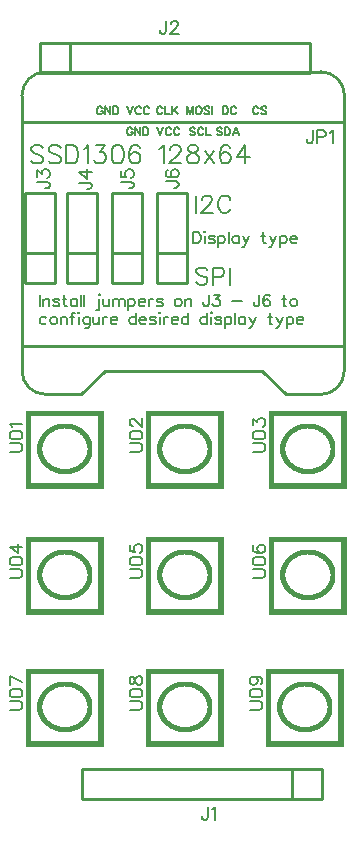
<source format=gto>
G04 ---------------------------- Layer name :TOP SILK LAYER*
G04 EasyEDA v5.8.20, Mon, 19 Nov 2018 02:26:46 GMT*
G04 9078f91518dc4e9cb65967eac6ea11d3*
G04 Gerber Generator version 0.2*
G04 Scale: 100 percent, Rotated: No, Reflected: No *
G04 Dimensions in inches *
G04 leading zeros omitted , absolute positions ,2 integer and 4 decimal *
%FSLAX24Y24*%
%MOIN*%
G90*
G70D02*

%ADD10C,0.010000*%
%ADD11C,0.008000*%
%ADD18C,0.007000*%

%LPD*%

%LPD*%
G36*
G01X3234Y11301D02*
G01X634Y11301D01*
G01X634Y13901D01*
G01X3234Y13901D01*
G01X3234Y11301D01*
G37*

%LPC*%
G36*
G01X813Y13730D02*
G01X813Y11480D01*
G01X3053Y11480D01*
G01X3053Y13730D01*
G01X813Y13730D01*
G37*

%LPD*%
G36*
G01X1967Y11788D02*
G01X1946Y11788D01*
G01X1925Y11788D01*
G01X1905Y11788D01*
G01X1884Y11790D01*
G01X1863Y11791D01*
G01X1842Y11793D01*
G01X1821Y11795D01*
G01X1800Y11798D01*
G01X1780Y11801D01*
G01X1759Y11805D01*
G01X1738Y11809D01*
G01X1718Y11814D01*
G01X1698Y11819D01*
G01X1678Y11824D01*
G01X1657Y11830D01*
G01X1638Y11836D01*
G01X1618Y11843D01*
G01X1598Y11850D01*
G01X1578Y11858D01*
G01X1559Y11865D01*
G01X1540Y11874D01*
G01X1521Y11883D01*
G01X1502Y11892D01*
G01X1484Y11901D01*
G01X1465Y11911D01*
G01X1447Y11922D01*
G01X1429Y11932D01*
G01X1411Y11944D01*
G01X1393Y11955D01*
G01X1376Y11967D01*
G01X1359Y11980D01*
G01X1342Y11992D01*
G01X1325Y12006D01*
G01X1309Y12019D01*
G01X1293Y12033D01*
G01X1277Y12048D01*
G01X1262Y12062D01*
G01X1247Y12077D01*
G01X1232Y12093D01*
G01X1217Y12109D01*
G01X1203Y12125D01*
G01X1189Y12142D01*
G01X1176Y12159D01*
G01X1163Y12176D01*
G01X1150Y12194D01*
G01X1138Y12211D01*
G01X1125Y12230D01*
G01X1114Y12249D01*
G01X1103Y12268D01*
G01X1092Y12288D01*
G01X1081Y12307D01*
G01X1071Y12328D01*
G01X1061Y12348D01*
G01X1052Y12369D01*
G01X1044Y12390D01*
G01X1036Y12411D01*
G01X1029Y12432D01*
G01X1023Y12454D01*
G01X1017Y12475D01*
G01X1013Y12496D01*
G01X1009Y12518D01*
G01X1006Y12540D01*
G01X1003Y12562D01*
G01X1001Y12584D01*
G01X1001Y12606D01*
G01X1000Y12628D01*
G01X1001Y12650D01*
G01X1002Y12672D01*
G01X1004Y12694D01*
G01X1006Y12716D01*
G01X1009Y12738D01*
G01X1013Y12761D01*
G01X1018Y12782D01*
G01X1023Y12805D01*
G01X1029Y12826D01*
G01X1035Y12848D01*
G01X1042Y12870D01*
G01X1050Y12892D01*
G01X1059Y12913D01*
G01X1068Y12934D01*
G01X1077Y12955D01*
G01X1088Y12976D01*
G01X1098Y12997D01*
G01X1110Y13018D01*
G01X1122Y13038D01*
G01X1134Y13058D01*
G01X1148Y13078D01*
G01X1161Y13098D01*
G01X1176Y13117D01*
G01X1191Y13136D01*
G01X1206Y13155D01*
G01X1222Y13173D01*
G01X1239Y13191D01*
G01X1256Y13209D01*
G01X1273Y13226D01*
G01X1292Y13243D01*
G01X1310Y13260D01*
G01X1329Y13276D01*
G01X1349Y13292D01*
G01X1369Y13307D01*
G01X1390Y13322D01*
G01X1411Y13336D01*
G01X1432Y13350D01*
G01X1455Y13363D01*
G01X1477Y13376D01*
G01X1500Y13389D01*
G01X1523Y13401D01*
G01X1541Y13409D01*
G01X1559Y13416D01*
G01X1578Y13423D01*
G01X1598Y13430D01*
G01X1619Y13436D01*
G01X1640Y13442D01*
G01X1662Y13448D01*
G01X1685Y13452D01*
G01X1708Y13457D01*
G01X1732Y13461D01*
G01X1756Y13464D01*
G01X1781Y13467D01*
G01X1806Y13470D01*
G01X1831Y13472D01*
G01X1857Y13473D01*
G01X1883Y13475D01*
G01X1909Y13475D01*
G01X1935Y13476D01*
G01X1961Y13475D01*
G01X1987Y13475D01*
G01X2013Y13473D01*
G01X2038Y13472D01*
G01X2064Y13470D01*
G01X2090Y13467D01*
G01X2115Y13464D01*
G01X2139Y13461D01*
G01X2163Y13457D01*
G01X2187Y13452D01*
G01X2210Y13448D01*
G01X2233Y13442D01*
G01X2255Y13436D01*
G01X2276Y13430D01*
G01X2297Y13423D01*
G01X2317Y13416D01*
G01X2336Y13409D01*
G01X2353Y13401D01*
G01X2378Y13388D01*
G01X2402Y13374D01*
G01X2425Y13361D01*
G01X2448Y13347D01*
G01X2470Y13333D01*
G01X2491Y13319D01*
G01X2512Y13304D01*
G01X2532Y13289D01*
G01X2552Y13273D01*
G01X2571Y13258D01*
G01X2589Y13242D01*
G01X2607Y13226D01*
G01X2624Y13209D01*
G01X2641Y13192D01*
G01X2657Y13175D01*
G01X2672Y13157D01*
G01X2687Y13140D01*
G01X2701Y13121D01*
G01X2714Y13103D01*
G01X2727Y13084D01*
G01X2740Y13065D01*
G01X2751Y13046D01*
G01X2762Y13026D01*
G01X2773Y13006D01*
G01X2782Y12986D01*
G01X2792Y12965D01*
G01X2800Y12944D01*
G01X2808Y12923D01*
G01X2815Y12901D01*
G01X2822Y12879D01*
G01X2828Y12857D01*
G01X2833Y12834D01*
G01X2838Y12811D01*
G01X2842Y12788D01*
G01X2846Y12764D01*
G01X2848Y12740D01*
G01X2851Y12715D01*
G01X2852Y12691D01*
G01X2853Y12666D01*
G01X2853Y12640D01*
G01X2853Y12614D01*
G01X2853Y12588D01*
G01X2851Y12563D01*
G01X2850Y12538D01*
G01X2848Y12515D01*
G01X2845Y12491D01*
G01X2841Y12468D01*
G01X2838Y12446D01*
G01X2833Y12424D01*
G01X2828Y12403D01*
G01X2822Y12382D01*
G01X2816Y12361D01*
G01X2809Y12340D01*
G01X2801Y12321D01*
G01X2793Y12301D01*
G01X2784Y12282D01*
G01X2774Y12262D01*
G01X2763Y12243D01*
G01X2752Y12225D01*
G01X2740Y12206D01*
G01X2727Y12188D01*
G01X2713Y12169D01*
G01X2699Y12151D01*
G01X2684Y12133D01*
G01X2667Y12115D01*
G01X2650Y12097D01*
G01X2632Y12079D01*
G01X2613Y12061D01*
G01X2597Y12044D01*
G01X2580Y12029D01*
G01X2562Y12014D01*
G01X2545Y11999D01*
G01X2527Y11985D01*
G01X2509Y11971D01*
G01X2490Y11958D01*
G01X2472Y11946D01*
G01X2453Y11934D01*
G01X2435Y11922D01*
G01X2416Y11911D01*
G01X2396Y11901D01*
G01X2377Y11890D01*
G01X2357Y11881D01*
G01X2338Y11871D01*
G01X2318Y11863D01*
G01X2298Y11855D01*
G01X2278Y11847D01*
G01X2258Y11840D01*
G01X2238Y11833D01*
G01X2217Y11827D01*
G01X2197Y11821D01*
G01X2176Y11816D01*
G01X2155Y11811D01*
G01X2135Y11806D01*
G01X2114Y11803D01*
G01X2093Y11799D01*
G01X2072Y11796D01*
G01X2051Y11794D01*
G01X2030Y11791D01*
G01X2009Y11790D01*
G01X1988Y11788D01*
G01X1967Y11788D01*
G37*

%LPC*%
G36*
G01X1913Y11961D02*
G01X1935Y11961D01*
G01X1957Y11961D01*
G01X1979Y11962D01*
G01X2001Y11963D01*
G01X2023Y11965D01*
G01X2045Y11968D01*
G01X2067Y11972D01*
G01X2088Y11976D01*
G01X2110Y11980D01*
G01X2132Y11986D01*
G01X2153Y11992D01*
G01X2175Y11998D01*
G01X2196Y12005D01*
G01X2217Y12013D01*
G01X2238Y12022D01*
G01X2259Y12031D01*
G01X2279Y12040D01*
G01X2299Y12051D01*
G01X2319Y12062D01*
G01X2339Y12073D01*
G01X2359Y12086D01*
G01X2378Y12098D01*
G01X2396Y12112D01*
G01X2415Y12126D01*
G01X2434Y12140D01*
G01X2453Y12157D01*
G01X2472Y12175D01*
G01X2490Y12192D01*
G01X2507Y12210D01*
G01X2524Y12228D01*
G01X2540Y12247D01*
G01X2555Y12265D01*
G01X2569Y12284D01*
G01X2583Y12304D01*
G01X2596Y12323D01*
G01X2607Y12343D01*
G01X2619Y12363D01*
G01X2629Y12383D01*
G01X2638Y12404D01*
G01X2647Y12424D01*
G01X2655Y12445D01*
G01X2662Y12466D01*
G01X2669Y12487D01*
G01X2674Y12508D01*
G01X2678Y12529D01*
G01X2682Y12550D01*
G01X2685Y12572D01*
G01X2687Y12593D01*
G01X2688Y12615D01*
G01X2689Y12636D01*
G01X2688Y12657D01*
G01X2687Y12679D01*
G01X2684Y12701D01*
G01X2681Y12722D01*
G01X2677Y12744D01*
G01X2672Y12765D01*
G01X2666Y12786D01*
G01X2659Y12807D01*
G01X2652Y12828D01*
G01X2643Y12850D01*
G01X2634Y12871D01*
G01X2624Y12890D01*
G01X2615Y12910D01*
G01X2605Y12929D01*
G01X2594Y12947D01*
G01X2584Y12965D01*
G01X2572Y12983D01*
G01X2560Y13000D01*
G01X2548Y13017D01*
G01X2536Y13033D01*
G01X2523Y13049D01*
G01X2509Y13064D01*
G01X2496Y13079D01*
G01X2482Y13093D01*
G01X2467Y13107D01*
G01X2453Y13121D01*
G01X2438Y13134D01*
G01X2422Y13146D01*
G01X2407Y13159D01*
G01X2391Y13170D01*
G01X2375Y13181D01*
G01X2358Y13192D01*
G01X2342Y13202D01*
G01X2325Y13212D01*
G01X2307Y13221D01*
G01X2290Y13230D01*
G01X2273Y13239D01*
G01X2255Y13247D01*
G01X2237Y13255D01*
G01X2219Y13261D01*
G01X2201Y13268D01*
G01X2182Y13274D01*
G01X2163Y13280D01*
G01X2145Y13285D01*
G01X2126Y13290D01*
G01X2107Y13294D01*
G01X2088Y13298D01*
G01X2069Y13302D01*
G01X2050Y13305D01*
G01X2030Y13307D01*
G01X2011Y13309D01*
G01X1992Y13311D01*
G01X1972Y13312D01*
G01X1953Y13313D01*
G01X1934Y13313D01*
G01X1914Y13313D01*
G01X1895Y13312D01*
G01X1875Y13311D01*
G01X1856Y13309D01*
G01X1836Y13307D01*
G01X1817Y13305D01*
G01X1798Y13302D01*
G01X1779Y13298D01*
G01X1760Y13294D01*
G01X1741Y13290D01*
G01X1722Y13285D01*
G01X1703Y13280D01*
G01X1685Y13274D01*
G01X1667Y13268D01*
G01X1648Y13261D01*
G01X1630Y13255D01*
G01X1612Y13247D01*
G01X1594Y13239D01*
G01X1577Y13230D01*
G01X1559Y13221D01*
G01X1542Y13212D01*
G01X1525Y13202D01*
G01X1509Y13192D01*
G01X1492Y13181D01*
G01X1476Y13170D01*
G01X1460Y13159D01*
G01X1445Y13146D01*
G01X1429Y13134D01*
G01X1414Y13121D01*
G01X1400Y13107D01*
G01X1385Y13093D01*
G01X1371Y13079D01*
G01X1358Y13064D01*
G01X1344Y13049D01*
G01X1332Y13033D01*
G01X1319Y13017D01*
G01X1307Y13000D01*
G01X1295Y12983D01*
G01X1284Y12965D01*
G01X1273Y12947D01*
G01X1262Y12929D01*
G01X1252Y12910D01*
G01X1243Y12890D01*
G01X1234Y12871D01*
G01X1225Y12850D01*
G01X1217Y12828D01*
G01X1210Y12807D01*
G01X1204Y12786D01*
G01X1198Y12765D01*
G01X1194Y12744D01*
G01X1191Y12722D01*
G01X1188Y12701D01*
G01X1186Y12679D01*
G01X1185Y12657D01*
G01X1185Y12636D01*
G01X1186Y12615D01*
G01X1187Y12593D01*
G01X1190Y12572D01*
G01X1193Y12550D01*
G01X1197Y12529D01*
G01X1202Y12508D01*
G01X1207Y12487D01*
G01X1214Y12466D01*
G01X1221Y12445D01*
G01X1229Y12424D01*
G01X1238Y12404D01*
G01X1248Y12383D01*
G01X1258Y12363D01*
G01X1269Y12343D01*
G01X1281Y12323D01*
G01X1294Y12304D01*
G01X1307Y12284D01*
G01X1322Y12265D01*
G01X1337Y12247D01*
G01X1353Y12228D01*
G01X1369Y12210D01*
G01X1387Y12192D01*
G01X1405Y12175D01*
G01X1424Y12157D01*
G01X1444Y12140D01*
G01X1461Y12126D01*
G01X1479Y12112D01*
G01X1498Y12098D01*
G01X1516Y12086D01*
G01X1535Y12073D01*
G01X1555Y12062D01*
G01X1574Y12051D01*
G01X1594Y12040D01*
G01X1614Y12031D01*
G01X1634Y12022D01*
G01X1655Y12013D01*
G01X1676Y12005D01*
G01X1696Y11998D01*
G01X1717Y11992D01*
G01X1739Y11986D01*
G01X1760Y11980D01*
G01X1782Y11976D01*
G01X1803Y11972D01*
G01X1825Y11968D01*
G01X1847Y11965D01*
G01X1869Y11963D01*
G01X1891Y11962D01*
G01X1913Y11961D01*
G37*

%LPD*%
G36*
G01X11334Y11301D02*
G01X8734Y11301D01*
G01X8734Y13901D01*
G01X11334Y13901D01*
G01X11334Y11301D01*
G37*

%LPC*%
G36*
G01X8914Y13730D02*
G01X8914Y11480D01*
G01X11153Y11480D01*
G01X11153Y13730D01*
G01X8914Y13730D01*
G37*

%LPD*%
G36*
G01X10067Y11788D02*
G01X10046Y11788D01*
G01X10025Y11788D01*
G01X10005Y11788D01*
G01X9984Y11790D01*
G01X9963Y11791D01*
G01X9942Y11793D01*
G01X9921Y11795D01*
G01X9900Y11798D01*
G01X9880Y11801D01*
G01X9859Y11805D01*
G01X9839Y11809D01*
G01X9818Y11814D01*
G01X9798Y11819D01*
G01X9777Y11824D01*
G01X9757Y11830D01*
G01X9738Y11836D01*
G01X9718Y11843D01*
G01X9698Y11850D01*
G01X9678Y11858D01*
G01X9659Y11865D01*
G01X9640Y11874D01*
G01X9621Y11883D01*
G01X9602Y11892D01*
G01X9584Y11901D01*
G01X9565Y11911D01*
G01X9547Y11922D01*
G01X9529Y11932D01*
G01X9511Y11944D01*
G01X9493Y11955D01*
G01X9476Y11967D01*
G01X9459Y11980D01*
G01X9442Y11992D01*
G01X9425Y12006D01*
G01X9409Y12019D01*
G01X9393Y12033D01*
G01X9377Y12048D01*
G01X9362Y12062D01*
G01X9347Y12077D01*
G01X9332Y12093D01*
G01X9317Y12109D01*
G01X9303Y12125D01*
G01X9289Y12142D01*
G01X9276Y12159D01*
G01X9263Y12176D01*
G01X9250Y12194D01*
G01X9238Y12211D01*
G01X9225Y12230D01*
G01X9214Y12249D01*
G01X9202Y12268D01*
G01X9192Y12288D01*
G01X9181Y12307D01*
G01X9171Y12328D01*
G01X9161Y12348D01*
G01X9152Y12369D01*
G01X9143Y12390D01*
G01X9136Y12411D01*
G01X9129Y12432D01*
G01X9123Y12454D01*
G01X9117Y12475D01*
G01X9113Y12496D01*
G01X9109Y12518D01*
G01X9106Y12540D01*
G01X9103Y12562D01*
G01X9102Y12584D01*
G01X9101Y12606D01*
G01X9100Y12628D01*
G01X9101Y12650D01*
G01X9102Y12672D01*
G01X9104Y12694D01*
G01X9106Y12716D01*
G01X9109Y12738D01*
G01X9113Y12761D01*
G01X9118Y12782D01*
G01X9123Y12805D01*
G01X9129Y12826D01*
G01X9135Y12848D01*
G01X9142Y12870D01*
G01X9150Y12892D01*
G01X9159Y12913D01*
G01X9168Y12934D01*
G01X9177Y12955D01*
G01X9188Y12976D01*
G01X9198Y12997D01*
G01X9210Y13018D01*
G01X9222Y13038D01*
G01X9235Y13058D01*
G01X9248Y13078D01*
G01X9261Y13098D01*
G01X9276Y13117D01*
G01X9291Y13136D01*
G01X9306Y13155D01*
G01X9322Y13173D01*
G01X9339Y13191D01*
G01X9356Y13209D01*
G01X9373Y13226D01*
G01X9392Y13243D01*
G01X9410Y13260D01*
G01X9429Y13276D01*
G01X9449Y13292D01*
G01X9469Y13307D01*
G01X9490Y13322D01*
G01X9511Y13336D01*
G01X9532Y13350D01*
G01X9555Y13363D01*
G01X9577Y13376D01*
G01X9600Y13389D01*
G01X9623Y13401D01*
G01X9641Y13409D01*
G01X9659Y13416D01*
G01X9678Y13423D01*
G01X9698Y13430D01*
G01X9718Y13436D01*
G01X9740Y13442D01*
G01X9762Y13448D01*
G01X9785Y13452D01*
G01X9808Y13457D01*
G01X9832Y13461D01*
G01X9856Y13464D01*
G01X9881Y13467D01*
G01X9906Y13470D01*
G01X9931Y13472D01*
G01X9957Y13473D01*
G01X9983Y13475D01*
G01X10009Y13475D01*
G01X10035Y13476D01*
G01X10061Y13475D01*
G01X10087Y13475D01*
G01X10113Y13473D01*
G01X10139Y13472D01*
G01X10164Y13470D01*
G01X10189Y13467D01*
G01X10214Y13464D01*
G01X10239Y13461D01*
G01X10263Y13457D01*
G01X10287Y13452D01*
G01X10310Y13448D01*
G01X10333Y13442D01*
G01X10355Y13436D01*
G01X10376Y13430D01*
G01X10397Y13423D01*
G01X10417Y13416D01*
G01X10435Y13409D01*
G01X10453Y13401D01*
G01X10478Y13388D01*
G01X10502Y13374D01*
G01X10525Y13361D01*
G01X10548Y13347D01*
G01X10570Y13333D01*
G01X10591Y13319D01*
G01X10612Y13304D01*
G01X10632Y13289D01*
G01X10652Y13273D01*
G01X10671Y13258D01*
G01X10689Y13242D01*
G01X10707Y13226D01*
G01X10724Y13209D01*
G01X10741Y13192D01*
G01X10757Y13175D01*
G01X10772Y13157D01*
G01X10787Y13140D01*
G01X10801Y13121D01*
G01X10814Y13103D01*
G01X10827Y13084D01*
G01X10839Y13065D01*
G01X10851Y13046D01*
G01X10862Y13026D01*
G01X10872Y13006D01*
G01X10882Y12986D01*
G01X10892Y12965D01*
G01X10900Y12944D01*
G01X10908Y12923D01*
G01X10915Y12901D01*
G01X10922Y12879D01*
G01X10928Y12857D01*
G01X10933Y12834D01*
G01X10938Y12811D01*
G01X10942Y12788D01*
G01X10946Y12764D01*
G01X10948Y12740D01*
G01X10951Y12715D01*
G01X10952Y12691D01*
G01X10953Y12666D01*
G01X10953Y12640D01*
G01X10953Y12614D01*
G01X10952Y12588D01*
G01X10951Y12563D01*
G01X10950Y12538D01*
G01X10947Y12515D01*
G01X10945Y12491D01*
G01X10941Y12468D01*
G01X10938Y12446D01*
G01X10933Y12424D01*
G01X10928Y12403D01*
G01X10922Y12382D01*
G01X10916Y12361D01*
G01X10909Y12340D01*
G01X10901Y12321D01*
G01X10893Y12301D01*
G01X10884Y12282D01*
G01X10874Y12262D01*
G01X10863Y12243D01*
G01X10852Y12225D01*
G01X10840Y12206D01*
G01X10827Y12188D01*
G01X10813Y12169D01*
G01X10799Y12151D01*
G01X10784Y12133D01*
G01X10767Y12115D01*
G01X10750Y12097D01*
G01X10732Y12079D01*
G01X10714Y12061D01*
G01X10697Y12044D01*
G01X10680Y12029D01*
G01X10662Y12014D01*
G01X10645Y11999D01*
G01X10627Y11985D01*
G01X10609Y11971D01*
G01X10590Y11958D01*
G01X10572Y11946D01*
G01X10553Y11934D01*
G01X10535Y11922D01*
G01X10516Y11911D01*
G01X10497Y11901D01*
G01X10477Y11890D01*
G01X10457Y11881D01*
G01X10438Y11871D01*
G01X10418Y11863D01*
G01X10398Y11855D01*
G01X10378Y11847D01*
G01X10358Y11840D01*
G01X10338Y11833D01*
G01X10317Y11827D01*
G01X10297Y11821D01*
G01X10276Y11816D01*
G01X10255Y11811D01*
G01X10235Y11806D01*
G01X10214Y11803D01*
G01X10193Y11799D01*
G01X10172Y11796D01*
G01X10151Y11794D01*
G01X10130Y11791D01*
G01X10109Y11790D01*
G01X10088Y11788D01*
G01X10067Y11788D01*
G37*

%LPC*%
G36*
G01X10013Y11961D02*
G01X10035Y11961D01*
G01X10057Y11961D01*
G01X10079Y11962D01*
G01X10101Y11963D01*
G01X10123Y11965D01*
G01X10145Y11968D01*
G01X10167Y11972D01*
G01X10189Y11976D01*
G01X10210Y11980D01*
G01X10232Y11986D01*
G01X10253Y11992D01*
G01X10275Y11998D01*
G01X10296Y12005D01*
G01X10317Y12013D01*
G01X10338Y12022D01*
G01X10359Y12031D01*
G01X10379Y12040D01*
G01X10399Y12051D01*
G01X10419Y12062D01*
G01X10439Y12073D01*
G01X10459Y12086D01*
G01X10478Y12098D01*
G01X10497Y12112D01*
G01X10515Y12126D01*
G01X10534Y12140D01*
G01X10553Y12157D01*
G01X10572Y12175D01*
G01X10590Y12192D01*
G01X10607Y12210D01*
G01X10624Y12228D01*
G01X10640Y12247D01*
G01X10655Y12265D01*
G01X10669Y12284D01*
G01X10683Y12304D01*
G01X10696Y12323D01*
G01X10707Y12343D01*
G01X10719Y12363D01*
G01X10729Y12383D01*
G01X10739Y12404D01*
G01X10747Y12424D01*
G01X10755Y12445D01*
G01X10762Y12466D01*
G01X10768Y12487D01*
G01X10774Y12508D01*
G01X10778Y12529D01*
G01X10782Y12550D01*
G01X10785Y12572D01*
G01X10787Y12593D01*
G01X10788Y12615D01*
G01X10789Y12636D01*
G01X10788Y12657D01*
G01X10787Y12679D01*
G01X10784Y12701D01*
G01X10781Y12722D01*
G01X10777Y12744D01*
G01X10772Y12765D01*
G01X10766Y12786D01*
G01X10759Y12807D01*
G01X10752Y12828D01*
G01X10743Y12850D01*
G01X10734Y12871D01*
G01X10724Y12890D01*
G01X10715Y12910D01*
G01X10705Y12929D01*
G01X10694Y12947D01*
G01X10684Y12965D01*
G01X10672Y12983D01*
G01X10660Y13000D01*
G01X10648Y13017D01*
G01X10635Y13033D01*
G01X10623Y13049D01*
G01X10609Y13064D01*
G01X10596Y13079D01*
G01X10582Y13093D01*
G01X10567Y13107D01*
G01X10553Y13121D01*
G01X10538Y13134D01*
G01X10522Y13146D01*
G01X10507Y13159D01*
G01X10491Y13170D01*
G01X10475Y13181D01*
G01X10458Y13192D01*
G01X10442Y13202D01*
G01X10425Y13212D01*
G01X10407Y13221D01*
G01X10390Y13230D01*
G01X10373Y13239D01*
G01X10355Y13247D01*
G01X10337Y13255D01*
G01X10319Y13261D01*
G01X10301Y13268D01*
G01X10282Y13274D01*
G01X10264Y13280D01*
G01X10245Y13285D01*
G01X10226Y13290D01*
G01X10207Y13294D01*
G01X10188Y13298D01*
G01X10169Y13302D01*
G01X10150Y13305D01*
G01X10131Y13307D01*
G01X10111Y13309D01*
G01X10092Y13311D01*
G01X10072Y13312D01*
G01X10053Y13313D01*
G01X10034Y13313D01*
G01X10014Y13313D01*
G01X9995Y13312D01*
G01X9975Y13311D01*
G01X9956Y13309D01*
G01X9936Y13307D01*
G01X9917Y13305D01*
G01X9898Y13302D01*
G01X9879Y13298D01*
G01X9860Y13294D01*
G01X9841Y13290D01*
G01X9822Y13285D01*
G01X9803Y13280D01*
G01X9785Y13274D01*
G01X9767Y13268D01*
G01X9748Y13261D01*
G01X9730Y13255D01*
G01X9712Y13247D01*
G01X9694Y13239D01*
G01X9677Y13230D01*
G01X9660Y13221D01*
G01X9642Y13212D01*
G01X9625Y13202D01*
G01X9609Y13192D01*
G01X9592Y13181D01*
G01X9576Y13170D01*
G01X9560Y13159D01*
G01X9545Y13146D01*
G01X9529Y13134D01*
G01X9514Y13121D01*
G01X9500Y13107D01*
G01X9485Y13093D01*
G01X9471Y13079D01*
G01X9458Y13064D01*
G01X9444Y13049D01*
G01X9431Y13033D01*
G01X9419Y13017D01*
G01X9407Y13000D01*
G01X9395Y12983D01*
G01X9384Y12965D01*
G01X9373Y12947D01*
G01X9362Y12929D01*
G01X9352Y12910D01*
G01X9343Y12890D01*
G01X9334Y12871D01*
G01X9325Y12850D01*
G01X9317Y12828D01*
G01X9310Y12807D01*
G01X9304Y12786D01*
G01X9298Y12765D01*
G01X9294Y12744D01*
G01X9291Y12722D01*
G01X9288Y12701D01*
G01X9286Y12679D01*
G01X9285Y12657D01*
G01X9285Y12636D01*
G01X9286Y12615D01*
G01X9287Y12593D01*
G01X9290Y12572D01*
G01X9293Y12550D01*
G01X9297Y12529D01*
G01X9302Y12508D01*
G01X9307Y12487D01*
G01X9314Y12466D01*
G01X9321Y12445D01*
G01X9329Y12424D01*
G01X9338Y12404D01*
G01X9347Y12383D01*
G01X9358Y12363D01*
G01X9369Y12343D01*
G01X9381Y12323D01*
G01X9394Y12304D01*
G01X9407Y12284D01*
G01X9422Y12265D01*
G01X9437Y12247D01*
G01X9453Y12228D01*
G01X9469Y12210D01*
G01X9487Y12192D01*
G01X9505Y12175D01*
G01X9524Y12157D01*
G01X9543Y12140D01*
G01X9561Y12126D01*
G01X9579Y12112D01*
G01X9597Y12098D01*
G01X9616Y12086D01*
G01X9635Y12073D01*
G01X9655Y12062D01*
G01X9674Y12051D01*
G01X9694Y12040D01*
G01X9714Y12031D01*
G01X9734Y12022D01*
G01X9755Y12013D01*
G01X9776Y12005D01*
G01X9797Y11998D01*
G01X9818Y11992D01*
G01X9839Y11986D01*
G01X9860Y11980D01*
G01X9882Y11976D01*
G01X9903Y11972D01*
G01X9925Y11968D01*
G01X9947Y11965D01*
G01X9969Y11963D01*
G01X9991Y11962D01*
G01X10013Y11961D01*
G37*

%LPD*%
G36*
G01X3234Y7101D02*
G01X634Y7101D01*
G01X634Y9701D01*
G01X3234Y9701D01*
G01X3234Y7101D01*
G37*

%LPC*%
G36*
G01X813Y9530D02*
G01X813Y7280D01*
G01X3053Y7280D01*
G01X3053Y9530D01*
G01X813Y9530D01*
G37*

%LPD*%
G36*
G01X1967Y7588D02*
G01X1946Y7588D01*
G01X1925Y7588D01*
G01X1905Y7588D01*
G01X1884Y7590D01*
G01X1863Y7591D01*
G01X1842Y7593D01*
G01X1821Y7595D01*
G01X1800Y7598D01*
G01X1780Y7601D01*
G01X1759Y7605D01*
G01X1738Y7609D01*
G01X1718Y7614D01*
G01X1698Y7619D01*
G01X1678Y7624D01*
G01X1657Y7630D01*
G01X1638Y7636D01*
G01X1618Y7643D01*
G01X1598Y7650D01*
G01X1578Y7658D01*
G01X1559Y7665D01*
G01X1540Y7674D01*
G01X1521Y7683D01*
G01X1502Y7692D01*
G01X1484Y7701D01*
G01X1465Y7711D01*
G01X1447Y7722D01*
G01X1429Y7732D01*
G01X1411Y7744D01*
G01X1393Y7755D01*
G01X1376Y7767D01*
G01X1359Y7780D01*
G01X1342Y7792D01*
G01X1325Y7806D01*
G01X1309Y7819D01*
G01X1293Y7833D01*
G01X1277Y7848D01*
G01X1262Y7862D01*
G01X1247Y7877D01*
G01X1232Y7893D01*
G01X1217Y7909D01*
G01X1203Y7925D01*
G01X1189Y7942D01*
G01X1176Y7959D01*
G01X1163Y7976D01*
G01X1150Y7994D01*
G01X1138Y8011D01*
G01X1125Y8030D01*
G01X1114Y8049D01*
G01X1103Y8068D01*
G01X1092Y8088D01*
G01X1081Y8107D01*
G01X1071Y8128D01*
G01X1061Y8148D01*
G01X1052Y8169D01*
G01X1044Y8190D01*
G01X1036Y8211D01*
G01X1029Y8232D01*
G01X1023Y8254D01*
G01X1017Y8275D01*
G01X1013Y8296D01*
G01X1009Y8318D01*
G01X1006Y8340D01*
G01X1003Y8362D01*
G01X1001Y8384D01*
G01X1001Y8406D01*
G01X1000Y8428D01*
G01X1001Y8450D01*
G01X1002Y8472D01*
G01X1004Y8494D01*
G01X1006Y8516D01*
G01X1009Y8538D01*
G01X1013Y8561D01*
G01X1018Y8582D01*
G01X1023Y8605D01*
G01X1029Y8626D01*
G01X1035Y8648D01*
G01X1042Y8670D01*
G01X1050Y8692D01*
G01X1059Y8713D01*
G01X1068Y8734D01*
G01X1077Y8755D01*
G01X1088Y8776D01*
G01X1098Y8797D01*
G01X1110Y8818D01*
G01X1122Y8838D01*
G01X1134Y8858D01*
G01X1148Y8878D01*
G01X1161Y8898D01*
G01X1176Y8917D01*
G01X1191Y8936D01*
G01X1206Y8955D01*
G01X1222Y8973D01*
G01X1239Y8991D01*
G01X1256Y9009D01*
G01X1273Y9026D01*
G01X1292Y9043D01*
G01X1310Y9060D01*
G01X1329Y9076D01*
G01X1349Y9092D01*
G01X1369Y9107D01*
G01X1390Y9122D01*
G01X1411Y9136D01*
G01X1432Y9150D01*
G01X1455Y9163D01*
G01X1477Y9176D01*
G01X1500Y9189D01*
G01X1523Y9201D01*
G01X1541Y9209D01*
G01X1559Y9216D01*
G01X1578Y9223D01*
G01X1598Y9230D01*
G01X1619Y9236D01*
G01X1640Y9242D01*
G01X1662Y9248D01*
G01X1685Y9252D01*
G01X1708Y9257D01*
G01X1732Y9261D01*
G01X1756Y9264D01*
G01X1781Y9267D01*
G01X1806Y9270D01*
G01X1831Y9272D01*
G01X1857Y9273D01*
G01X1883Y9275D01*
G01X1909Y9275D01*
G01X1935Y9276D01*
G01X1961Y9275D01*
G01X1987Y9275D01*
G01X2013Y9273D01*
G01X2038Y9272D01*
G01X2064Y9270D01*
G01X2090Y9267D01*
G01X2115Y9264D01*
G01X2139Y9261D01*
G01X2163Y9257D01*
G01X2187Y9252D01*
G01X2210Y9248D01*
G01X2233Y9242D01*
G01X2255Y9236D01*
G01X2276Y9230D01*
G01X2297Y9223D01*
G01X2317Y9216D01*
G01X2336Y9209D01*
G01X2353Y9201D01*
G01X2378Y9188D01*
G01X2402Y9174D01*
G01X2425Y9161D01*
G01X2448Y9147D01*
G01X2470Y9133D01*
G01X2491Y9119D01*
G01X2512Y9104D01*
G01X2532Y9089D01*
G01X2552Y9073D01*
G01X2571Y9058D01*
G01X2589Y9042D01*
G01X2607Y9026D01*
G01X2624Y9009D01*
G01X2641Y8992D01*
G01X2657Y8975D01*
G01X2672Y8957D01*
G01X2687Y8940D01*
G01X2701Y8921D01*
G01X2714Y8903D01*
G01X2727Y8884D01*
G01X2740Y8865D01*
G01X2751Y8846D01*
G01X2762Y8826D01*
G01X2773Y8806D01*
G01X2782Y8786D01*
G01X2792Y8765D01*
G01X2800Y8744D01*
G01X2808Y8723D01*
G01X2815Y8701D01*
G01X2822Y8679D01*
G01X2828Y8657D01*
G01X2833Y8634D01*
G01X2838Y8611D01*
G01X2842Y8588D01*
G01X2846Y8564D01*
G01X2848Y8540D01*
G01X2851Y8515D01*
G01X2852Y8491D01*
G01X2853Y8466D01*
G01X2853Y8440D01*
G01X2853Y8414D01*
G01X2853Y8388D01*
G01X2851Y8363D01*
G01X2850Y8338D01*
G01X2848Y8315D01*
G01X2845Y8291D01*
G01X2841Y8268D01*
G01X2838Y8246D01*
G01X2833Y8224D01*
G01X2828Y8203D01*
G01X2822Y8182D01*
G01X2816Y8161D01*
G01X2809Y8140D01*
G01X2801Y8121D01*
G01X2793Y8101D01*
G01X2784Y8082D01*
G01X2774Y8062D01*
G01X2763Y8043D01*
G01X2752Y8025D01*
G01X2740Y8006D01*
G01X2727Y7988D01*
G01X2713Y7969D01*
G01X2699Y7951D01*
G01X2684Y7933D01*
G01X2667Y7915D01*
G01X2650Y7897D01*
G01X2632Y7879D01*
G01X2613Y7861D01*
G01X2597Y7844D01*
G01X2580Y7829D01*
G01X2562Y7814D01*
G01X2545Y7799D01*
G01X2527Y7785D01*
G01X2509Y7771D01*
G01X2490Y7758D01*
G01X2472Y7746D01*
G01X2453Y7734D01*
G01X2435Y7722D01*
G01X2416Y7711D01*
G01X2396Y7701D01*
G01X2377Y7690D01*
G01X2357Y7681D01*
G01X2338Y7671D01*
G01X2318Y7663D01*
G01X2298Y7655D01*
G01X2278Y7647D01*
G01X2258Y7640D01*
G01X2238Y7633D01*
G01X2217Y7627D01*
G01X2197Y7621D01*
G01X2176Y7616D01*
G01X2155Y7611D01*
G01X2135Y7606D01*
G01X2114Y7603D01*
G01X2093Y7599D01*
G01X2072Y7596D01*
G01X2051Y7594D01*
G01X2030Y7591D01*
G01X2009Y7590D01*
G01X1988Y7588D01*
G01X1967Y7588D01*
G37*

%LPC*%
G36*
G01X1913Y7761D02*
G01X1935Y7761D01*
G01X1957Y7761D01*
G01X1979Y7762D01*
G01X2001Y7763D01*
G01X2023Y7765D01*
G01X2045Y7768D01*
G01X2067Y7772D01*
G01X2088Y7776D01*
G01X2110Y7780D01*
G01X2132Y7786D01*
G01X2153Y7792D01*
G01X2175Y7798D01*
G01X2196Y7805D01*
G01X2217Y7813D01*
G01X2238Y7822D01*
G01X2259Y7831D01*
G01X2279Y7840D01*
G01X2299Y7851D01*
G01X2319Y7862D01*
G01X2339Y7873D01*
G01X2359Y7886D01*
G01X2378Y7898D01*
G01X2396Y7912D01*
G01X2415Y7926D01*
G01X2434Y7940D01*
G01X2453Y7957D01*
G01X2472Y7975D01*
G01X2490Y7992D01*
G01X2507Y8010D01*
G01X2524Y8028D01*
G01X2540Y8047D01*
G01X2555Y8065D01*
G01X2569Y8084D01*
G01X2583Y8104D01*
G01X2596Y8123D01*
G01X2607Y8143D01*
G01X2619Y8163D01*
G01X2629Y8183D01*
G01X2638Y8204D01*
G01X2647Y8224D01*
G01X2655Y8245D01*
G01X2662Y8266D01*
G01X2669Y8287D01*
G01X2674Y8308D01*
G01X2678Y8329D01*
G01X2682Y8350D01*
G01X2685Y8372D01*
G01X2687Y8393D01*
G01X2688Y8415D01*
G01X2689Y8436D01*
G01X2688Y8457D01*
G01X2687Y8479D01*
G01X2684Y8501D01*
G01X2681Y8522D01*
G01X2677Y8544D01*
G01X2672Y8565D01*
G01X2666Y8586D01*
G01X2659Y8607D01*
G01X2652Y8628D01*
G01X2643Y8650D01*
G01X2634Y8671D01*
G01X2624Y8690D01*
G01X2615Y8710D01*
G01X2605Y8729D01*
G01X2594Y8747D01*
G01X2584Y8765D01*
G01X2572Y8783D01*
G01X2560Y8800D01*
G01X2548Y8817D01*
G01X2536Y8833D01*
G01X2523Y8849D01*
G01X2509Y8864D01*
G01X2496Y8879D01*
G01X2482Y8893D01*
G01X2467Y8907D01*
G01X2453Y8921D01*
G01X2438Y8934D01*
G01X2422Y8946D01*
G01X2407Y8959D01*
G01X2391Y8970D01*
G01X2375Y8981D01*
G01X2358Y8992D01*
G01X2342Y9002D01*
G01X2325Y9012D01*
G01X2307Y9021D01*
G01X2290Y9030D01*
G01X2273Y9039D01*
G01X2255Y9047D01*
G01X2237Y9055D01*
G01X2219Y9061D01*
G01X2201Y9068D01*
G01X2182Y9074D01*
G01X2163Y9080D01*
G01X2145Y9085D01*
G01X2126Y9090D01*
G01X2107Y9094D01*
G01X2088Y9098D01*
G01X2069Y9102D01*
G01X2050Y9105D01*
G01X2030Y9107D01*
G01X2011Y9109D01*
G01X1992Y9111D01*
G01X1972Y9112D01*
G01X1953Y9113D01*
G01X1934Y9113D01*
G01X1914Y9113D01*
G01X1895Y9112D01*
G01X1875Y9111D01*
G01X1856Y9109D01*
G01X1836Y9107D01*
G01X1817Y9105D01*
G01X1798Y9102D01*
G01X1779Y9098D01*
G01X1760Y9094D01*
G01X1741Y9090D01*
G01X1722Y9085D01*
G01X1703Y9080D01*
G01X1685Y9074D01*
G01X1667Y9068D01*
G01X1648Y9061D01*
G01X1630Y9055D01*
G01X1612Y9047D01*
G01X1594Y9039D01*
G01X1577Y9030D01*
G01X1559Y9021D01*
G01X1542Y9012D01*
G01X1525Y9002D01*
G01X1509Y8992D01*
G01X1492Y8981D01*
G01X1476Y8970D01*
G01X1460Y8959D01*
G01X1445Y8946D01*
G01X1429Y8934D01*
G01X1414Y8921D01*
G01X1400Y8907D01*
G01X1385Y8893D01*
G01X1371Y8879D01*
G01X1358Y8864D01*
G01X1344Y8849D01*
G01X1332Y8833D01*
G01X1319Y8817D01*
G01X1307Y8800D01*
G01X1295Y8783D01*
G01X1284Y8765D01*
G01X1273Y8747D01*
G01X1262Y8729D01*
G01X1252Y8710D01*
G01X1243Y8690D01*
G01X1234Y8671D01*
G01X1225Y8650D01*
G01X1217Y8628D01*
G01X1210Y8607D01*
G01X1204Y8586D01*
G01X1198Y8565D01*
G01X1194Y8544D01*
G01X1191Y8522D01*
G01X1188Y8501D01*
G01X1186Y8479D01*
G01X1185Y8457D01*
G01X1185Y8436D01*
G01X1186Y8415D01*
G01X1187Y8393D01*
G01X1190Y8372D01*
G01X1193Y8350D01*
G01X1197Y8329D01*
G01X1202Y8308D01*
G01X1207Y8287D01*
G01X1214Y8266D01*
G01X1221Y8245D01*
G01X1229Y8224D01*
G01X1238Y8204D01*
G01X1248Y8183D01*
G01X1258Y8163D01*
G01X1269Y8143D01*
G01X1281Y8123D01*
G01X1294Y8104D01*
G01X1307Y8084D01*
G01X1322Y8065D01*
G01X1337Y8047D01*
G01X1353Y8028D01*
G01X1369Y8010D01*
G01X1387Y7992D01*
G01X1405Y7975D01*
G01X1424Y7957D01*
G01X1444Y7940D01*
G01X1461Y7926D01*
G01X1479Y7912D01*
G01X1498Y7898D01*
G01X1516Y7886D01*
G01X1535Y7873D01*
G01X1555Y7862D01*
G01X1574Y7851D01*
G01X1594Y7840D01*
G01X1614Y7831D01*
G01X1634Y7822D01*
G01X1655Y7813D01*
G01X1676Y7805D01*
G01X1696Y7798D01*
G01X1717Y7792D01*
G01X1739Y7786D01*
G01X1760Y7780D01*
G01X1782Y7776D01*
G01X1803Y7772D01*
G01X1825Y7768D01*
G01X1847Y7765D01*
G01X1869Y7763D01*
G01X1891Y7762D01*
G01X1913Y7761D01*
G37*

%LPD*%
G36*
G01X11334Y7101D02*
G01X8734Y7101D01*
G01X8734Y9701D01*
G01X11334Y9701D01*
G01X11334Y7101D01*
G37*

%LPC*%
G36*
G01X8914Y9530D02*
G01X8914Y7280D01*
G01X11153Y7280D01*
G01X11153Y9530D01*
G01X8914Y9530D01*
G37*

%LPD*%
G36*
G01X10067Y7588D02*
G01X10046Y7588D01*
G01X10025Y7588D01*
G01X10005Y7588D01*
G01X9984Y7590D01*
G01X9963Y7591D01*
G01X9942Y7593D01*
G01X9921Y7595D01*
G01X9900Y7598D01*
G01X9880Y7601D01*
G01X9859Y7605D01*
G01X9839Y7609D01*
G01X9818Y7614D01*
G01X9798Y7619D01*
G01X9777Y7624D01*
G01X9757Y7630D01*
G01X9738Y7636D01*
G01X9718Y7643D01*
G01X9698Y7650D01*
G01X9678Y7658D01*
G01X9659Y7665D01*
G01X9640Y7674D01*
G01X9621Y7683D01*
G01X9602Y7692D01*
G01X9584Y7701D01*
G01X9565Y7711D01*
G01X9547Y7722D01*
G01X9529Y7732D01*
G01X9511Y7744D01*
G01X9493Y7755D01*
G01X9476Y7767D01*
G01X9459Y7780D01*
G01X9442Y7792D01*
G01X9425Y7806D01*
G01X9409Y7819D01*
G01X9393Y7833D01*
G01X9377Y7848D01*
G01X9362Y7862D01*
G01X9347Y7877D01*
G01X9332Y7893D01*
G01X9317Y7909D01*
G01X9303Y7925D01*
G01X9289Y7942D01*
G01X9276Y7959D01*
G01X9263Y7976D01*
G01X9250Y7994D01*
G01X9238Y8011D01*
G01X9225Y8030D01*
G01X9214Y8049D01*
G01X9202Y8068D01*
G01X9192Y8088D01*
G01X9181Y8107D01*
G01X9171Y8128D01*
G01X9161Y8148D01*
G01X9152Y8169D01*
G01X9143Y8190D01*
G01X9136Y8211D01*
G01X9129Y8232D01*
G01X9123Y8254D01*
G01X9117Y8275D01*
G01X9113Y8296D01*
G01X9109Y8318D01*
G01X9106Y8340D01*
G01X9103Y8362D01*
G01X9102Y8384D01*
G01X9101Y8406D01*
G01X9100Y8428D01*
G01X9101Y8450D01*
G01X9102Y8472D01*
G01X9104Y8494D01*
G01X9106Y8516D01*
G01X9109Y8538D01*
G01X9113Y8561D01*
G01X9118Y8582D01*
G01X9123Y8605D01*
G01X9129Y8626D01*
G01X9135Y8648D01*
G01X9142Y8670D01*
G01X9150Y8692D01*
G01X9159Y8713D01*
G01X9168Y8734D01*
G01X9177Y8755D01*
G01X9188Y8776D01*
G01X9198Y8797D01*
G01X9210Y8818D01*
G01X9222Y8838D01*
G01X9235Y8858D01*
G01X9248Y8878D01*
G01X9261Y8898D01*
G01X9276Y8917D01*
G01X9291Y8936D01*
G01X9306Y8955D01*
G01X9322Y8973D01*
G01X9339Y8991D01*
G01X9356Y9009D01*
G01X9373Y9026D01*
G01X9392Y9043D01*
G01X9410Y9060D01*
G01X9429Y9076D01*
G01X9449Y9092D01*
G01X9469Y9107D01*
G01X9490Y9122D01*
G01X9511Y9136D01*
G01X9532Y9150D01*
G01X9555Y9163D01*
G01X9577Y9176D01*
G01X9600Y9189D01*
G01X9623Y9201D01*
G01X9641Y9209D01*
G01X9659Y9216D01*
G01X9678Y9223D01*
G01X9698Y9230D01*
G01X9718Y9236D01*
G01X9740Y9242D01*
G01X9762Y9248D01*
G01X9785Y9252D01*
G01X9808Y9257D01*
G01X9832Y9261D01*
G01X9856Y9264D01*
G01X9881Y9267D01*
G01X9906Y9270D01*
G01X9931Y9272D01*
G01X9957Y9273D01*
G01X9983Y9275D01*
G01X10009Y9275D01*
G01X10035Y9276D01*
G01X10061Y9275D01*
G01X10087Y9275D01*
G01X10113Y9273D01*
G01X10139Y9272D01*
G01X10164Y9270D01*
G01X10189Y9267D01*
G01X10214Y9264D01*
G01X10239Y9261D01*
G01X10263Y9257D01*
G01X10287Y9252D01*
G01X10310Y9248D01*
G01X10333Y9242D01*
G01X10355Y9236D01*
G01X10376Y9230D01*
G01X10397Y9223D01*
G01X10417Y9216D01*
G01X10435Y9209D01*
G01X10453Y9201D01*
G01X10478Y9188D01*
G01X10502Y9174D01*
G01X10525Y9161D01*
G01X10548Y9147D01*
G01X10570Y9133D01*
G01X10591Y9119D01*
G01X10612Y9104D01*
G01X10632Y9089D01*
G01X10652Y9073D01*
G01X10671Y9058D01*
G01X10689Y9042D01*
G01X10707Y9026D01*
G01X10724Y9009D01*
G01X10741Y8992D01*
G01X10757Y8975D01*
G01X10772Y8957D01*
G01X10787Y8940D01*
G01X10801Y8921D01*
G01X10814Y8903D01*
G01X10827Y8884D01*
G01X10839Y8865D01*
G01X10851Y8846D01*
G01X10862Y8826D01*
G01X10872Y8806D01*
G01X10882Y8786D01*
G01X10892Y8765D01*
G01X10900Y8744D01*
G01X10908Y8723D01*
G01X10915Y8701D01*
G01X10922Y8679D01*
G01X10928Y8657D01*
G01X10933Y8634D01*
G01X10938Y8611D01*
G01X10942Y8588D01*
G01X10946Y8564D01*
G01X10948Y8540D01*
G01X10951Y8515D01*
G01X10952Y8491D01*
G01X10953Y8466D01*
G01X10953Y8440D01*
G01X10953Y8414D01*
G01X10952Y8388D01*
G01X10951Y8363D01*
G01X10950Y8338D01*
G01X10947Y8315D01*
G01X10945Y8291D01*
G01X10941Y8268D01*
G01X10938Y8246D01*
G01X10933Y8224D01*
G01X10928Y8203D01*
G01X10922Y8182D01*
G01X10916Y8161D01*
G01X10909Y8140D01*
G01X10901Y8121D01*
G01X10893Y8101D01*
G01X10884Y8082D01*
G01X10874Y8062D01*
G01X10863Y8043D01*
G01X10852Y8025D01*
G01X10840Y8006D01*
G01X10827Y7988D01*
G01X10813Y7969D01*
G01X10799Y7951D01*
G01X10784Y7933D01*
G01X10767Y7915D01*
G01X10750Y7897D01*
G01X10732Y7879D01*
G01X10714Y7861D01*
G01X10697Y7844D01*
G01X10680Y7829D01*
G01X10662Y7814D01*
G01X10645Y7799D01*
G01X10627Y7785D01*
G01X10609Y7771D01*
G01X10590Y7758D01*
G01X10572Y7746D01*
G01X10553Y7734D01*
G01X10535Y7722D01*
G01X10516Y7711D01*
G01X10497Y7701D01*
G01X10477Y7690D01*
G01X10457Y7681D01*
G01X10438Y7671D01*
G01X10418Y7663D01*
G01X10398Y7655D01*
G01X10378Y7647D01*
G01X10358Y7640D01*
G01X10338Y7633D01*
G01X10317Y7627D01*
G01X10297Y7621D01*
G01X10276Y7616D01*
G01X10255Y7611D01*
G01X10235Y7606D01*
G01X10214Y7603D01*
G01X10193Y7599D01*
G01X10172Y7596D01*
G01X10151Y7594D01*
G01X10130Y7591D01*
G01X10109Y7590D01*
G01X10088Y7588D01*
G01X10067Y7588D01*
G37*

%LPC*%
G36*
G01X10013Y7761D02*
G01X10035Y7761D01*
G01X10057Y7761D01*
G01X10079Y7762D01*
G01X10101Y7763D01*
G01X10123Y7765D01*
G01X10145Y7768D01*
G01X10167Y7772D01*
G01X10189Y7776D01*
G01X10210Y7780D01*
G01X10232Y7786D01*
G01X10253Y7792D01*
G01X10275Y7798D01*
G01X10296Y7805D01*
G01X10317Y7813D01*
G01X10338Y7822D01*
G01X10359Y7831D01*
G01X10379Y7840D01*
G01X10399Y7851D01*
G01X10419Y7862D01*
G01X10439Y7873D01*
G01X10459Y7886D01*
G01X10478Y7898D01*
G01X10497Y7912D01*
G01X10515Y7926D01*
G01X10534Y7940D01*
G01X10553Y7957D01*
G01X10572Y7975D01*
G01X10590Y7992D01*
G01X10607Y8010D01*
G01X10624Y8028D01*
G01X10640Y8047D01*
G01X10655Y8065D01*
G01X10669Y8084D01*
G01X10683Y8104D01*
G01X10696Y8123D01*
G01X10707Y8143D01*
G01X10719Y8163D01*
G01X10729Y8183D01*
G01X10739Y8204D01*
G01X10747Y8224D01*
G01X10755Y8245D01*
G01X10762Y8266D01*
G01X10768Y8287D01*
G01X10774Y8308D01*
G01X10778Y8329D01*
G01X10782Y8350D01*
G01X10785Y8372D01*
G01X10787Y8393D01*
G01X10788Y8415D01*
G01X10789Y8436D01*
G01X10788Y8457D01*
G01X10787Y8479D01*
G01X10784Y8501D01*
G01X10781Y8522D01*
G01X10777Y8544D01*
G01X10772Y8565D01*
G01X10766Y8586D01*
G01X10759Y8607D01*
G01X10752Y8628D01*
G01X10743Y8650D01*
G01X10734Y8671D01*
G01X10724Y8690D01*
G01X10715Y8710D01*
G01X10705Y8729D01*
G01X10694Y8747D01*
G01X10684Y8765D01*
G01X10672Y8783D01*
G01X10660Y8800D01*
G01X10648Y8817D01*
G01X10635Y8833D01*
G01X10623Y8849D01*
G01X10609Y8864D01*
G01X10596Y8879D01*
G01X10582Y8893D01*
G01X10567Y8907D01*
G01X10553Y8921D01*
G01X10538Y8934D01*
G01X10522Y8946D01*
G01X10507Y8959D01*
G01X10491Y8970D01*
G01X10475Y8981D01*
G01X10458Y8992D01*
G01X10442Y9002D01*
G01X10425Y9012D01*
G01X10407Y9021D01*
G01X10390Y9030D01*
G01X10373Y9039D01*
G01X10355Y9047D01*
G01X10337Y9055D01*
G01X10319Y9061D01*
G01X10301Y9068D01*
G01X10282Y9074D01*
G01X10264Y9080D01*
G01X10245Y9085D01*
G01X10226Y9090D01*
G01X10207Y9094D01*
G01X10188Y9098D01*
G01X10169Y9102D01*
G01X10150Y9105D01*
G01X10131Y9107D01*
G01X10111Y9109D01*
G01X10092Y9111D01*
G01X10072Y9112D01*
G01X10053Y9113D01*
G01X10034Y9113D01*
G01X10014Y9113D01*
G01X9995Y9112D01*
G01X9975Y9111D01*
G01X9956Y9109D01*
G01X9936Y9107D01*
G01X9917Y9105D01*
G01X9898Y9102D01*
G01X9879Y9098D01*
G01X9860Y9094D01*
G01X9841Y9090D01*
G01X9822Y9085D01*
G01X9803Y9080D01*
G01X9785Y9074D01*
G01X9767Y9068D01*
G01X9748Y9061D01*
G01X9730Y9055D01*
G01X9712Y9047D01*
G01X9694Y9039D01*
G01X9677Y9030D01*
G01X9660Y9021D01*
G01X9642Y9012D01*
G01X9625Y9002D01*
G01X9609Y8992D01*
G01X9592Y8981D01*
G01X9576Y8970D01*
G01X9560Y8959D01*
G01X9545Y8946D01*
G01X9529Y8934D01*
G01X9514Y8921D01*
G01X9500Y8907D01*
G01X9485Y8893D01*
G01X9471Y8879D01*
G01X9458Y8864D01*
G01X9444Y8849D01*
G01X9431Y8833D01*
G01X9419Y8817D01*
G01X9407Y8800D01*
G01X9395Y8783D01*
G01X9384Y8765D01*
G01X9373Y8747D01*
G01X9362Y8729D01*
G01X9352Y8710D01*
G01X9343Y8690D01*
G01X9334Y8671D01*
G01X9325Y8650D01*
G01X9317Y8628D01*
G01X9310Y8607D01*
G01X9304Y8586D01*
G01X9298Y8565D01*
G01X9294Y8544D01*
G01X9291Y8522D01*
G01X9288Y8501D01*
G01X9286Y8479D01*
G01X9285Y8457D01*
G01X9285Y8436D01*
G01X9286Y8415D01*
G01X9287Y8393D01*
G01X9290Y8372D01*
G01X9293Y8350D01*
G01X9297Y8329D01*
G01X9302Y8308D01*
G01X9307Y8287D01*
G01X9314Y8266D01*
G01X9321Y8245D01*
G01X9329Y8224D01*
G01X9338Y8204D01*
G01X9347Y8183D01*
G01X9358Y8163D01*
G01X9369Y8143D01*
G01X9381Y8123D01*
G01X9394Y8104D01*
G01X9407Y8084D01*
G01X9422Y8065D01*
G01X9437Y8047D01*
G01X9453Y8028D01*
G01X9469Y8010D01*
G01X9487Y7992D01*
G01X9505Y7975D01*
G01X9524Y7957D01*
G01X9543Y7940D01*
G01X9561Y7926D01*
G01X9579Y7912D01*
G01X9597Y7898D01*
G01X9616Y7886D01*
G01X9635Y7873D01*
G01X9655Y7862D01*
G01X9674Y7851D01*
G01X9694Y7840D01*
G01X9714Y7831D01*
G01X9734Y7822D01*
G01X9755Y7813D01*
G01X9776Y7805D01*
G01X9797Y7798D01*
G01X9818Y7792D01*
G01X9839Y7786D01*
G01X9860Y7780D01*
G01X9882Y7776D01*
G01X9903Y7772D01*
G01X9925Y7768D01*
G01X9947Y7765D01*
G01X9969Y7763D01*
G01X9991Y7762D01*
G01X10013Y7761D01*
G37*

%LPD*%
G36*
G01X3234Y2701D02*
G01X634Y2701D01*
G01X634Y5301D01*
G01X3234Y5301D01*
G01X3234Y2701D01*
G37*

%LPC*%
G36*
G01X813Y5130D02*
G01X813Y2880D01*
G01X3053Y2880D01*
G01X3053Y5130D01*
G01X813Y5130D01*
G37*

%LPD*%
G36*
G01X1967Y3188D02*
G01X1946Y3188D01*
G01X1925Y3188D01*
G01X1905Y3188D01*
G01X1884Y3190D01*
G01X1863Y3191D01*
G01X1842Y3193D01*
G01X1821Y3195D01*
G01X1800Y3198D01*
G01X1780Y3201D01*
G01X1759Y3205D01*
G01X1738Y3209D01*
G01X1718Y3214D01*
G01X1698Y3219D01*
G01X1678Y3224D01*
G01X1657Y3230D01*
G01X1638Y3236D01*
G01X1618Y3243D01*
G01X1598Y3250D01*
G01X1578Y3258D01*
G01X1559Y3265D01*
G01X1540Y3274D01*
G01X1521Y3283D01*
G01X1502Y3292D01*
G01X1484Y3301D01*
G01X1465Y3311D01*
G01X1447Y3322D01*
G01X1429Y3332D01*
G01X1411Y3344D01*
G01X1393Y3355D01*
G01X1376Y3367D01*
G01X1359Y3380D01*
G01X1342Y3392D01*
G01X1325Y3406D01*
G01X1309Y3419D01*
G01X1293Y3433D01*
G01X1277Y3448D01*
G01X1262Y3462D01*
G01X1247Y3477D01*
G01X1232Y3493D01*
G01X1217Y3509D01*
G01X1203Y3525D01*
G01X1189Y3542D01*
G01X1176Y3559D01*
G01X1163Y3576D01*
G01X1150Y3594D01*
G01X1138Y3611D01*
G01X1125Y3630D01*
G01X1114Y3649D01*
G01X1103Y3668D01*
G01X1092Y3688D01*
G01X1081Y3707D01*
G01X1071Y3728D01*
G01X1061Y3748D01*
G01X1052Y3769D01*
G01X1044Y3790D01*
G01X1036Y3811D01*
G01X1029Y3832D01*
G01X1023Y3854D01*
G01X1017Y3875D01*
G01X1013Y3896D01*
G01X1009Y3918D01*
G01X1006Y3940D01*
G01X1003Y3962D01*
G01X1001Y3984D01*
G01X1001Y4006D01*
G01X1000Y4028D01*
G01X1001Y4050D01*
G01X1002Y4072D01*
G01X1004Y4094D01*
G01X1006Y4116D01*
G01X1009Y4138D01*
G01X1013Y4161D01*
G01X1018Y4182D01*
G01X1023Y4205D01*
G01X1029Y4226D01*
G01X1035Y4248D01*
G01X1042Y4270D01*
G01X1050Y4292D01*
G01X1059Y4313D01*
G01X1068Y4334D01*
G01X1077Y4355D01*
G01X1088Y4376D01*
G01X1098Y4397D01*
G01X1110Y4418D01*
G01X1122Y4438D01*
G01X1134Y4458D01*
G01X1148Y4478D01*
G01X1161Y4498D01*
G01X1176Y4517D01*
G01X1191Y4536D01*
G01X1206Y4555D01*
G01X1222Y4573D01*
G01X1239Y4591D01*
G01X1256Y4609D01*
G01X1273Y4626D01*
G01X1292Y4643D01*
G01X1310Y4660D01*
G01X1329Y4676D01*
G01X1349Y4692D01*
G01X1369Y4707D01*
G01X1390Y4722D01*
G01X1411Y4736D01*
G01X1432Y4750D01*
G01X1455Y4763D01*
G01X1477Y4776D01*
G01X1500Y4789D01*
G01X1523Y4801D01*
G01X1541Y4809D01*
G01X1559Y4816D01*
G01X1578Y4823D01*
G01X1598Y4830D01*
G01X1619Y4836D01*
G01X1640Y4842D01*
G01X1662Y4848D01*
G01X1685Y4852D01*
G01X1708Y4857D01*
G01X1732Y4861D01*
G01X1756Y4864D01*
G01X1781Y4867D01*
G01X1806Y4870D01*
G01X1831Y4872D01*
G01X1857Y4873D01*
G01X1883Y4875D01*
G01X1909Y4875D01*
G01X1935Y4876D01*
G01X1961Y4875D01*
G01X1987Y4875D01*
G01X2013Y4873D01*
G01X2038Y4872D01*
G01X2064Y4870D01*
G01X2090Y4867D01*
G01X2115Y4864D01*
G01X2139Y4861D01*
G01X2163Y4857D01*
G01X2187Y4852D01*
G01X2210Y4848D01*
G01X2233Y4842D01*
G01X2255Y4836D01*
G01X2276Y4830D01*
G01X2297Y4823D01*
G01X2317Y4816D01*
G01X2336Y4809D01*
G01X2353Y4801D01*
G01X2378Y4788D01*
G01X2402Y4774D01*
G01X2425Y4761D01*
G01X2448Y4747D01*
G01X2470Y4733D01*
G01X2491Y4719D01*
G01X2512Y4704D01*
G01X2532Y4689D01*
G01X2552Y4673D01*
G01X2571Y4658D01*
G01X2589Y4642D01*
G01X2607Y4626D01*
G01X2624Y4609D01*
G01X2641Y4592D01*
G01X2657Y4575D01*
G01X2672Y4557D01*
G01X2687Y4540D01*
G01X2701Y4521D01*
G01X2714Y4503D01*
G01X2727Y4484D01*
G01X2740Y4465D01*
G01X2751Y4446D01*
G01X2762Y4426D01*
G01X2773Y4406D01*
G01X2782Y4386D01*
G01X2792Y4365D01*
G01X2800Y4344D01*
G01X2808Y4323D01*
G01X2815Y4301D01*
G01X2822Y4279D01*
G01X2828Y4257D01*
G01X2833Y4234D01*
G01X2838Y4211D01*
G01X2842Y4188D01*
G01X2846Y4164D01*
G01X2848Y4140D01*
G01X2851Y4115D01*
G01X2852Y4091D01*
G01X2853Y4066D01*
G01X2853Y4040D01*
G01X2853Y4014D01*
G01X2853Y3988D01*
G01X2851Y3963D01*
G01X2850Y3938D01*
G01X2848Y3915D01*
G01X2845Y3891D01*
G01X2841Y3868D01*
G01X2838Y3846D01*
G01X2833Y3824D01*
G01X2828Y3803D01*
G01X2822Y3782D01*
G01X2816Y3761D01*
G01X2809Y3740D01*
G01X2801Y3721D01*
G01X2793Y3701D01*
G01X2784Y3682D01*
G01X2774Y3662D01*
G01X2763Y3643D01*
G01X2752Y3625D01*
G01X2740Y3606D01*
G01X2727Y3588D01*
G01X2713Y3569D01*
G01X2699Y3551D01*
G01X2684Y3533D01*
G01X2667Y3515D01*
G01X2650Y3497D01*
G01X2632Y3479D01*
G01X2613Y3461D01*
G01X2597Y3444D01*
G01X2580Y3429D01*
G01X2562Y3414D01*
G01X2545Y3399D01*
G01X2527Y3385D01*
G01X2509Y3371D01*
G01X2490Y3358D01*
G01X2472Y3346D01*
G01X2453Y3334D01*
G01X2435Y3322D01*
G01X2416Y3311D01*
G01X2396Y3301D01*
G01X2377Y3290D01*
G01X2357Y3281D01*
G01X2338Y3271D01*
G01X2318Y3263D01*
G01X2298Y3255D01*
G01X2278Y3247D01*
G01X2258Y3240D01*
G01X2238Y3233D01*
G01X2217Y3227D01*
G01X2197Y3221D01*
G01X2176Y3216D01*
G01X2155Y3211D01*
G01X2135Y3206D01*
G01X2114Y3203D01*
G01X2093Y3199D01*
G01X2072Y3196D01*
G01X2051Y3194D01*
G01X2030Y3191D01*
G01X2009Y3190D01*
G01X1988Y3188D01*
G01X1967Y3188D01*
G37*

%LPC*%
G36*
G01X1913Y3361D02*
G01X1935Y3361D01*
G01X1957Y3361D01*
G01X1979Y3362D01*
G01X2001Y3363D01*
G01X2023Y3365D01*
G01X2045Y3368D01*
G01X2067Y3372D01*
G01X2088Y3376D01*
G01X2110Y3380D01*
G01X2132Y3386D01*
G01X2153Y3392D01*
G01X2175Y3398D01*
G01X2196Y3405D01*
G01X2217Y3413D01*
G01X2238Y3422D01*
G01X2259Y3431D01*
G01X2279Y3440D01*
G01X2299Y3451D01*
G01X2319Y3462D01*
G01X2339Y3473D01*
G01X2359Y3486D01*
G01X2378Y3498D01*
G01X2396Y3512D01*
G01X2415Y3526D01*
G01X2434Y3540D01*
G01X2453Y3557D01*
G01X2472Y3575D01*
G01X2490Y3592D01*
G01X2507Y3610D01*
G01X2524Y3628D01*
G01X2540Y3647D01*
G01X2555Y3665D01*
G01X2569Y3684D01*
G01X2583Y3704D01*
G01X2596Y3723D01*
G01X2607Y3743D01*
G01X2619Y3763D01*
G01X2629Y3783D01*
G01X2638Y3804D01*
G01X2647Y3824D01*
G01X2655Y3845D01*
G01X2662Y3866D01*
G01X2669Y3887D01*
G01X2674Y3908D01*
G01X2678Y3929D01*
G01X2682Y3950D01*
G01X2685Y3972D01*
G01X2687Y3993D01*
G01X2688Y4015D01*
G01X2689Y4036D01*
G01X2688Y4057D01*
G01X2687Y4079D01*
G01X2684Y4101D01*
G01X2681Y4122D01*
G01X2677Y4144D01*
G01X2672Y4165D01*
G01X2666Y4186D01*
G01X2659Y4207D01*
G01X2652Y4228D01*
G01X2643Y4250D01*
G01X2634Y4271D01*
G01X2624Y4290D01*
G01X2615Y4310D01*
G01X2605Y4329D01*
G01X2594Y4347D01*
G01X2584Y4365D01*
G01X2572Y4383D01*
G01X2560Y4400D01*
G01X2548Y4417D01*
G01X2536Y4433D01*
G01X2523Y4449D01*
G01X2509Y4464D01*
G01X2496Y4479D01*
G01X2482Y4493D01*
G01X2467Y4507D01*
G01X2453Y4521D01*
G01X2438Y4534D01*
G01X2422Y4546D01*
G01X2407Y4559D01*
G01X2391Y4570D01*
G01X2375Y4581D01*
G01X2358Y4592D01*
G01X2342Y4602D01*
G01X2325Y4612D01*
G01X2307Y4621D01*
G01X2290Y4630D01*
G01X2273Y4639D01*
G01X2255Y4647D01*
G01X2237Y4655D01*
G01X2219Y4661D01*
G01X2201Y4668D01*
G01X2182Y4674D01*
G01X2163Y4680D01*
G01X2145Y4685D01*
G01X2126Y4690D01*
G01X2107Y4694D01*
G01X2088Y4698D01*
G01X2069Y4702D01*
G01X2050Y4705D01*
G01X2030Y4707D01*
G01X2011Y4709D01*
G01X1992Y4711D01*
G01X1972Y4712D01*
G01X1953Y4713D01*
G01X1934Y4713D01*
G01X1914Y4713D01*
G01X1895Y4712D01*
G01X1875Y4711D01*
G01X1856Y4709D01*
G01X1836Y4707D01*
G01X1817Y4705D01*
G01X1798Y4702D01*
G01X1779Y4698D01*
G01X1760Y4694D01*
G01X1741Y4690D01*
G01X1722Y4685D01*
G01X1703Y4680D01*
G01X1685Y4674D01*
G01X1667Y4668D01*
G01X1648Y4661D01*
G01X1630Y4655D01*
G01X1612Y4647D01*
G01X1594Y4639D01*
G01X1577Y4630D01*
G01X1559Y4621D01*
G01X1542Y4612D01*
G01X1525Y4602D01*
G01X1509Y4592D01*
G01X1492Y4581D01*
G01X1476Y4570D01*
G01X1460Y4559D01*
G01X1445Y4546D01*
G01X1429Y4534D01*
G01X1414Y4521D01*
G01X1400Y4507D01*
G01X1385Y4493D01*
G01X1371Y4479D01*
G01X1358Y4464D01*
G01X1344Y4449D01*
G01X1332Y4433D01*
G01X1319Y4417D01*
G01X1307Y4400D01*
G01X1295Y4383D01*
G01X1284Y4365D01*
G01X1273Y4347D01*
G01X1262Y4329D01*
G01X1252Y4310D01*
G01X1243Y4290D01*
G01X1234Y4271D01*
G01X1225Y4250D01*
G01X1217Y4228D01*
G01X1210Y4207D01*
G01X1204Y4186D01*
G01X1198Y4165D01*
G01X1194Y4144D01*
G01X1191Y4122D01*
G01X1188Y4101D01*
G01X1186Y4079D01*
G01X1185Y4057D01*
G01X1185Y4036D01*
G01X1186Y4015D01*
G01X1187Y3993D01*
G01X1190Y3972D01*
G01X1193Y3950D01*
G01X1197Y3929D01*
G01X1202Y3908D01*
G01X1207Y3887D01*
G01X1214Y3866D01*
G01X1221Y3845D01*
G01X1229Y3824D01*
G01X1238Y3804D01*
G01X1248Y3783D01*
G01X1258Y3763D01*
G01X1269Y3743D01*
G01X1281Y3723D01*
G01X1294Y3704D01*
G01X1307Y3684D01*
G01X1322Y3665D01*
G01X1337Y3647D01*
G01X1353Y3628D01*
G01X1369Y3610D01*
G01X1387Y3592D01*
G01X1405Y3575D01*
G01X1424Y3557D01*
G01X1444Y3540D01*
G01X1461Y3526D01*
G01X1479Y3512D01*
G01X1498Y3498D01*
G01X1516Y3486D01*
G01X1535Y3473D01*
G01X1555Y3462D01*
G01X1574Y3451D01*
G01X1594Y3440D01*
G01X1614Y3431D01*
G01X1634Y3422D01*
G01X1655Y3413D01*
G01X1676Y3405D01*
G01X1696Y3398D01*
G01X1717Y3392D01*
G01X1739Y3386D01*
G01X1760Y3380D01*
G01X1782Y3376D01*
G01X1803Y3372D01*
G01X1825Y3368D01*
G01X1847Y3365D01*
G01X1869Y3363D01*
G01X1891Y3362D01*
G01X1913Y3361D01*
G37*

%LPD*%
G36*
G01X11234Y2701D02*
G01X8634Y2701D01*
G01X8634Y5301D01*
G01X11234Y5301D01*
G01X11234Y2701D01*
G37*

%LPC*%
G36*
G01X8814Y5130D02*
G01X8814Y2880D01*
G01X11053Y2880D01*
G01X11053Y5130D01*
G01X8814Y5130D01*
G37*

%LPD*%
G36*
G01X9967Y3188D02*
G01X9946Y3188D01*
G01X9925Y3188D01*
G01X9905Y3188D01*
G01X9884Y3190D01*
G01X9863Y3191D01*
G01X9842Y3193D01*
G01X9821Y3195D01*
G01X9800Y3198D01*
G01X9780Y3201D01*
G01X9759Y3205D01*
G01X9739Y3209D01*
G01X9718Y3214D01*
G01X9698Y3219D01*
G01X9677Y3224D01*
G01X9657Y3230D01*
G01X9638Y3236D01*
G01X9618Y3243D01*
G01X9598Y3250D01*
G01X9578Y3258D01*
G01X9559Y3265D01*
G01X9540Y3274D01*
G01X9521Y3283D01*
G01X9502Y3292D01*
G01X9484Y3301D01*
G01X9465Y3311D01*
G01X9447Y3322D01*
G01X9429Y3332D01*
G01X9411Y3344D01*
G01X9393Y3355D01*
G01X9376Y3367D01*
G01X9359Y3380D01*
G01X9342Y3392D01*
G01X9325Y3406D01*
G01X9309Y3419D01*
G01X9293Y3433D01*
G01X9277Y3448D01*
G01X9262Y3462D01*
G01X9247Y3477D01*
G01X9232Y3493D01*
G01X9217Y3509D01*
G01X9203Y3525D01*
G01X9189Y3542D01*
G01X9176Y3559D01*
G01X9163Y3576D01*
G01X9150Y3594D01*
G01X9138Y3611D01*
G01X9125Y3630D01*
G01X9114Y3649D01*
G01X9102Y3668D01*
G01X9092Y3688D01*
G01X9081Y3707D01*
G01X9071Y3728D01*
G01X9061Y3748D01*
G01X9052Y3769D01*
G01X9043Y3790D01*
G01X9036Y3811D01*
G01X9029Y3832D01*
G01X9023Y3854D01*
G01X9017Y3875D01*
G01X9013Y3896D01*
G01X9009Y3918D01*
G01X9006Y3940D01*
G01X9003Y3962D01*
G01X9002Y3984D01*
G01X9001Y4006D01*
G01X9000Y4028D01*
G01X9001Y4050D01*
G01X9002Y4072D01*
G01X9004Y4094D01*
G01X9006Y4116D01*
G01X9009Y4138D01*
G01X9013Y4161D01*
G01X9018Y4182D01*
G01X9023Y4205D01*
G01X9029Y4226D01*
G01X9035Y4248D01*
G01X9042Y4270D01*
G01X9050Y4292D01*
G01X9059Y4313D01*
G01X9068Y4334D01*
G01X9077Y4355D01*
G01X9088Y4376D01*
G01X9098Y4397D01*
G01X9110Y4418D01*
G01X9122Y4438D01*
G01X9135Y4458D01*
G01X9148Y4478D01*
G01X9161Y4498D01*
G01X9176Y4517D01*
G01X9191Y4536D01*
G01X9206Y4555D01*
G01X9222Y4573D01*
G01X9239Y4591D01*
G01X9256Y4609D01*
G01X9273Y4626D01*
G01X9292Y4643D01*
G01X9310Y4660D01*
G01X9329Y4676D01*
G01X9349Y4692D01*
G01X9369Y4707D01*
G01X9390Y4722D01*
G01X9411Y4736D01*
G01X9432Y4750D01*
G01X9455Y4763D01*
G01X9477Y4776D01*
G01X9500Y4789D01*
G01X9523Y4801D01*
G01X9541Y4809D01*
G01X9559Y4816D01*
G01X9578Y4823D01*
G01X9598Y4830D01*
G01X9618Y4836D01*
G01X9640Y4842D01*
G01X9662Y4848D01*
G01X9685Y4852D01*
G01X9708Y4857D01*
G01X9732Y4861D01*
G01X9756Y4864D01*
G01X9781Y4867D01*
G01X9806Y4870D01*
G01X9831Y4872D01*
G01X9857Y4873D01*
G01X9883Y4875D01*
G01X9909Y4875D01*
G01X9935Y4876D01*
G01X9961Y4875D01*
G01X9987Y4875D01*
G01X10013Y4873D01*
G01X10039Y4872D01*
G01X10064Y4870D01*
G01X10089Y4867D01*
G01X10114Y4864D01*
G01X10139Y4861D01*
G01X10163Y4857D01*
G01X10187Y4852D01*
G01X10210Y4848D01*
G01X10233Y4842D01*
G01X10255Y4836D01*
G01X10276Y4830D01*
G01X10297Y4823D01*
G01X10317Y4816D01*
G01X10335Y4809D01*
G01X10353Y4801D01*
G01X10378Y4788D01*
G01X10402Y4774D01*
G01X10425Y4761D01*
G01X10448Y4747D01*
G01X10470Y4733D01*
G01X10491Y4719D01*
G01X10512Y4704D01*
G01X10532Y4689D01*
G01X10552Y4673D01*
G01X10571Y4658D01*
G01X10589Y4642D01*
G01X10607Y4626D01*
G01X10624Y4609D01*
G01X10641Y4592D01*
G01X10657Y4575D01*
G01X10672Y4557D01*
G01X10687Y4540D01*
G01X10701Y4521D01*
G01X10714Y4503D01*
G01X10727Y4484D01*
G01X10739Y4465D01*
G01X10751Y4446D01*
G01X10762Y4426D01*
G01X10772Y4406D01*
G01X10782Y4386D01*
G01X10792Y4365D01*
G01X10800Y4344D01*
G01X10808Y4323D01*
G01X10815Y4301D01*
G01X10822Y4279D01*
G01X10828Y4257D01*
G01X10833Y4234D01*
G01X10838Y4211D01*
G01X10842Y4188D01*
G01X10846Y4164D01*
G01X10848Y4140D01*
G01X10851Y4115D01*
G01X10852Y4091D01*
G01X10853Y4066D01*
G01X10853Y4040D01*
G01X10853Y4014D01*
G01X10852Y3988D01*
G01X10851Y3963D01*
G01X10850Y3938D01*
G01X10847Y3915D01*
G01X10845Y3891D01*
G01X10841Y3868D01*
G01X10838Y3846D01*
G01X10833Y3824D01*
G01X10828Y3803D01*
G01X10822Y3782D01*
G01X10816Y3761D01*
G01X10809Y3740D01*
G01X10801Y3721D01*
G01X10793Y3701D01*
G01X10784Y3682D01*
G01X10774Y3662D01*
G01X10763Y3643D01*
G01X10752Y3625D01*
G01X10740Y3606D01*
G01X10727Y3588D01*
G01X10713Y3569D01*
G01X10699Y3551D01*
G01X10684Y3533D01*
G01X10667Y3515D01*
G01X10650Y3497D01*
G01X10632Y3479D01*
G01X10614Y3461D01*
G01X10597Y3444D01*
G01X10580Y3429D01*
G01X10562Y3414D01*
G01X10545Y3399D01*
G01X10527Y3385D01*
G01X10509Y3371D01*
G01X10490Y3358D01*
G01X10472Y3346D01*
G01X10453Y3334D01*
G01X10435Y3322D01*
G01X10416Y3311D01*
G01X10397Y3301D01*
G01X10377Y3290D01*
G01X10357Y3281D01*
G01X10338Y3271D01*
G01X10318Y3263D01*
G01X10298Y3255D01*
G01X10278Y3247D01*
G01X10258Y3240D01*
G01X10238Y3233D01*
G01X10217Y3227D01*
G01X10197Y3221D01*
G01X10176Y3216D01*
G01X10155Y3211D01*
G01X10135Y3206D01*
G01X10114Y3203D01*
G01X10093Y3199D01*
G01X10072Y3196D01*
G01X10051Y3194D01*
G01X10030Y3191D01*
G01X10009Y3190D01*
G01X9988Y3188D01*
G01X9967Y3188D01*
G37*

%LPC*%
G36*
G01X9913Y3361D02*
G01X9935Y3361D01*
G01X9957Y3361D01*
G01X9979Y3362D01*
G01X10001Y3363D01*
G01X10023Y3365D01*
G01X10045Y3368D01*
G01X10067Y3372D01*
G01X10089Y3376D01*
G01X10110Y3380D01*
G01X10132Y3386D01*
G01X10153Y3392D01*
G01X10175Y3398D01*
G01X10196Y3405D01*
G01X10217Y3413D01*
G01X10238Y3422D01*
G01X10259Y3431D01*
G01X10279Y3440D01*
G01X10299Y3451D01*
G01X10319Y3462D01*
G01X10339Y3473D01*
G01X10359Y3486D01*
G01X10378Y3498D01*
G01X10397Y3512D01*
G01X10415Y3526D01*
G01X10434Y3540D01*
G01X10453Y3557D01*
G01X10472Y3575D01*
G01X10490Y3592D01*
G01X10507Y3610D01*
G01X10524Y3628D01*
G01X10540Y3647D01*
G01X10555Y3665D01*
G01X10569Y3684D01*
G01X10583Y3704D01*
G01X10596Y3723D01*
G01X10607Y3743D01*
G01X10619Y3763D01*
G01X10629Y3783D01*
G01X10639Y3804D01*
G01X10647Y3824D01*
G01X10655Y3845D01*
G01X10662Y3866D01*
G01X10668Y3887D01*
G01X10674Y3908D01*
G01X10678Y3929D01*
G01X10682Y3950D01*
G01X10685Y3972D01*
G01X10687Y3993D01*
G01X10688Y4015D01*
G01X10689Y4036D01*
G01X10688Y4057D01*
G01X10687Y4079D01*
G01X10684Y4101D01*
G01X10681Y4122D01*
G01X10677Y4144D01*
G01X10672Y4165D01*
G01X10666Y4186D01*
G01X10659Y4207D01*
G01X10652Y4228D01*
G01X10643Y4250D01*
G01X10634Y4271D01*
G01X10624Y4290D01*
G01X10615Y4310D01*
G01X10605Y4329D01*
G01X10594Y4347D01*
G01X10584Y4365D01*
G01X10572Y4383D01*
G01X10560Y4400D01*
G01X10548Y4417D01*
G01X10535Y4433D01*
G01X10523Y4449D01*
G01X10509Y4464D01*
G01X10496Y4479D01*
G01X10482Y4493D01*
G01X10467Y4507D01*
G01X10453Y4521D01*
G01X10438Y4534D01*
G01X10422Y4546D01*
G01X10407Y4559D01*
G01X10391Y4570D01*
G01X10375Y4581D01*
G01X10358Y4592D01*
G01X10342Y4602D01*
G01X10325Y4612D01*
G01X10307Y4621D01*
G01X10290Y4630D01*
G01X10273Y4639D01*
G01X10255Y4647D01*
G01X10237Y4655D01*
G01X10219Y4661D01*
G01X10201Y4668D01*
G01X10182Y4674D01*
G01X10164Y4680D01*
G01X10145Y4685D01*
G01X10126Y4690D01*
G01X10107Y4694D01*
G01X10088Y4698D01*
G01X10069Y4702D01*
G01X10050Y4705D01*
G01X10031Y4707D01*
G01X10011Y4709D01*
G01X9992Y4711D01*
G01X9972Y4712D01*
G01X9953Y4713D01*
G01X9934Y4713D01*
G01X9914Y4713D01*
G01X9895Y4712D01*
G01X9875Y4711D01*
G01X9856Y4709D01*
G01X9836Y4707D01*
G01X9817Y4705D01*
G01X9798Y4702D01*
G01X9779Y4698D01*
G01X9760Y4694D01*
G01X9741Y4690D01*
G01X9722Y4685D01*
G01X9703Y4680D01*
G01X9685Y4674D01*
G01X9667Y4668D01*
G01X9648Y4661D01*
G01X9630Y4655D01*
G01X9612Y4647D01*
G01X9594Y4639D01*
G01X9577Y4630D01*
G01X9560Y4621D01*
G01X9542Y4612D01*
G01X9525Y4602D01*
G01X9509Y4592D01*
G01X9492Y4581D01*
G01X9476Y4570D01*
G01X9460Y4559D01*
G01X9445Y4546D01*
G01X9429Y4534D01*
G01X9414Y4521D01*
G01X9400Y4507D01*
G01X9385Y4493D01*
G01X9371Y4479D01*
G01X9358Y4464D01*
G01X9344Y4449D01*
G01X9331Y4433D01*
G01X9319Y4417D01*
G01X9307Y4400D01*
G01X9295Y4383D01*
G01X9284Y4365D01*
G01X9273Y4347D01*
G01X9262Y4329D01*
G01X9252Y4310D01*
G01X9243Y4290D01*
G01X9234Y4271D01*
G01X9225Y4250D01*
G01X9217Y4228D01*
G01X9210Y4207D01*
G01X9204Y4186D01*
G01X9198Y4165D01*
G01X9194Y4144D01*
G01X9191Y4122D01*
G01X9188Y4101D01*
G01X9186Y4079D01*
G01X9185Y4057D01*
G01X9185Y4036D01*
G01X9186Y4015D01*
G01X9187Y3993D01*
G01X9190Y3972D01*
G01X9193Y3950D01*
G01X9197Y3929D01*
G01X9202Y3908D01*
G01X9207Y3887D01*
G01X9214Y3866D01*
G01X9221Y3845D01*
G01X9229Y3824D01*
G01X9238Y3804D01*
G01X9247Y3783D01*
G01X9258Y3763D01*
G01X9269Y3743D01*
G01X9281Y3723D01*
G01X9294Y3704D01*
G01X9307Y3684D01*
G01X9322Y3665D01*
G01X9337Y3647D01*
G01X9353Y3628D01*
G01X9369Y3610D01*
G01X9387Y3592D01*
G01X9405Y3575D01*
G01X9424Y3557D01*
G01X9443Y3540D01*
G01X9461Y3526D01*
G01X9479Y3512D01*
G01X9497Y3498D01*
G01X9516Y3486D01*
G01X9535Y3473D01*
G01X9555Y3462D01*
G01X9574Y3451D01*
G01X9594Y3440D01*
G01X9614Y3431D01*
G01X9634Y3422D01*
G01X9655Y3413D01*
G01X9676Y3405D01*
G01X9697Y3398D01*
G01X9718Y3392D01*
G01X9739Y3386D01*
G01X9760Y3380D01*
G01X9782Y3376D01*
G01X9803Y3372D01*
G01X9825Y3368D01*
G01X9847Y3365D01*
G01X9869Y3363D01*
G01X9891Y3362D01*
G01X9913Y3361D01*
G37*

%LPD*%
G36*
G01X7234Y11301D02*
G01X4634Y11301D01*
G01X4634Y13901D01*
G01X7234Y13901D01*
G01X7234Y11301D01*
G37*

%LPC*%
G36*
G01X4814Y13730D02*
G01X4814Y11480D01*
G01X7053Y11480D01*
G01X7053Y13730D01*
G01X4814Y13730D01*
G37*

%LPD*%
G36*
G01X5967Y11788D02*
G01X5946Y11788D01*
G01X5925Y11788D01*
G01X5905Y11788D01*
G01X5884Y11790D01*
G01X5863Y11791D01*
G01X5842Y11793D01*
G01X5821Y11795D01*
G01X5800Y11798D01*
G01X5780Y11801D01*
G01X5759Y11805D01*
G01X5739Y11809D01*
G01X5718Y11814D01*
G01X5698Y11819D01*
G01X5677Y11824D01*
G01X5657Y11830D01*
G01X5638Y11836D01*
G01X5618Y11843D01*
G01X5598Y11850D01*
G01X5578Y11858D01*
G01X5559Y11865D01*
G01X5540Y11874D01*
G01X5521Y11883D01*
G01X5502Y11892D01*
G01X5484Y11901D01*
G01X5465Y11911D01*
G01X5447Y11922D01*
G01X5429Y11932D01*
G01X5411Y11944D01*
G01X5393Y11955D01*
G01X5376Y11967D01*
G01X5359Y11980D01*
G01X5342Y11992D01*
G01X5325Y12006D01*
G01X5309Y12019D01*
G01X5293Y12033D01*
G01X5277Y12048D01*
G01X5262Y12062D01*
G01X5247Y12077D01*
G01X5232Y12093D01*
G01X5217Y12109D01*
G01X5203Y12125D01*
G01X5189Y12142D01*
G01X5176Y12159D01*
G01X5163Y12176D01*
G01X5150Y12194D01*
G01X5138Y12211D01*
G01X5125Y12230D01*
G01X5114Y12249D01*
G01X5102Y12268D01*
G01X5092Y12288D01*
G01X5081Y12307D01*
G01X5071Y12328D01*
G01X5061Y12348D01*
G01X5052Y12369D01*
G01X5043Y12390D01*
G01X5036Y12411D01*
G01X5029Y12432D01*
G01X5023Y12454D01*
G01X5017Y12475D01*
G01X5013Y12496D01*
G01X5009Y12518D01*
G01X5006Y12540D01*
G01X5003Y12562D01*
G01X5002Y12584D01*
G01X5001Y12606D01*
G01X5000Y12628D01*
G01X5001Y12650D01*
G01X5002Y12672D01*
G01X5004Y12694D01*
G01X5006Y12716D01*
G01X5009Y12738D01*
G01X5013Y12761D01*
G01X5018Y12782D01*
G01X5023Y12805D01*
G01X5029Y12826D01*
G01X5035Y12848D01*
G01X5042Y12870D01*
G01X5050Y12892D01*
G01X5059Y12913D01*
G01X5068Y12934D01*
G01X5077Y12955D01*
G01X5088Y12976D01*
G01X5098Y12997D01*
G01X5110Y13018D01*
G01X5122Y13038D01*
G01X5135Y13058D01*
G01X5148Y13078D01*
G01X5161Y13098D01*
G01X5176Y13117D01*
G01X5191Y13136D01*
G01X5206Y13155D01*
G01X5222Y13173D01*
G01X5239Y13191D01*
G01X5256Y13209D01*
G01X5273Y13226D01*
G01X5292Y13243D01*
G01X5310Y13260D01*
G01X5329Y13276D01*
G01X5349Y13292D01*
G01X5369Y13307D01*
G01X5390Y13322D01*
G01X5411Y13336D01*
G01X5432Y13350D01*
G01X5455Y13363D01*
G01X5477Y13376D01*
G01X5500Y13389D01*
G01X5523Y13401D01*
G01X5541Y13409D01*
G01X5559Y13416D01*
G01X5578Y13423D01*
G01X5598Y13430D01*
G01X5618Y13436D01*
G01X5640Y13442D01*
G01X5662Y13448D01*
G01X5685Y13452D01*
G01X5708Y13457D01*
G01X5732Y13461D01*
G01X5756Y13464D01*
G01X5781Y13467D01*
G01X5806Y13470D01*
G01X5831Y13472D01*
G01X5857Y13473D01*
G01X5883Y13475D01*
G01X5909Y13475D01*
G01X5935Y13476D01*
G01X5961Y13475D01*
G01X5987Y13475D01*
G01X6013Y13473D01*
G01X6039Y13472D01*
G01X6064Y13470D01*
G01X6089Y13467D01*
G01X6114Y13464D01*
G01X6139Y13461D01*
G01X6163Y13457D01*
G01X6187Y13452D01*
G01X6210Y13448D01*
G01X6233Y13442D01*
G01X6255Y13436D01*
G01X6276Y13430D01*
G01X6297Y13423D01*
G01X6317Y13416D01*
G01X6335Y13409D01*
G01X6353Y13401D01*
G01X6378Y13388D01*
G01X6402Y13374D01*
G01X6425Y13361D01*
G01X6448Y13347D01*
G01X6470Y13333D01*
G01X6491Y13319D01*
G01X6512Y13304D01*
G01X6532Y13289D01*
G01X6552Y13273D01*
G01X6571Y13258D01*
G01X6589Y13242D01*
G01X6607Y13226D01*
G01X6624Y13209D01*
G01X6641Y13192D01*
G01X6657Y13175D01*
G01X6672Y13157D01*
G01X6687Y13140D01*
G01X6701Y13121D01*
G01X6714Y13103D01*
G01X6727Y13084D01*
G01X6739Y13065D01*
G01X6751Y13046D01*
G01X6762Y13026D01*
G01X6772Y13006D01*
G01X6782Y12986D01*
G01X6792Y12965D01*
G01X6800Y12944D01*
G01X6808Y12923D01*
G01X6815Y12901D01*
G01X6822Y12879D01*
G01X6828Y12857D01*
G01X6833Y12834D01*
G01X6838Y12811D01*
G01X6842Y12788D01*
G01X6846Y12764D01*
G01X6848Y12740D01*
G01X6851Y12715D01*
G01X6852Y12691D01*
G01X6853Y12666D01*
G01X6853Y12640D01*
G01X6853Y12614D01*
G01X6852Y12588D01*
G01X6851Y12563D01*
G01X6850Y12538D01*
G01X6847Y12515D01*
G01X6845Y12491D01*
G01X6841Y12468D01*
G01X6838Y12446D01*
G01X6833Y12424D01*
G01X6828Y12403D01*
G01X6822Y12382D01*
G01X6816Y12361D01*
G01X6809Y12340D01*
G01X6801Y12321D01*
G01X6793Y12301D01*
G01X6784Y12282D01*
G01X6774Y12262D01*
G01X6763Y12243D01*
G01X6752Y12225D01*
G01X6740Y12206D01*
G01X6727Y12188D01*
G01X6713Y12169D01*
G01X6699Y12151D01*
G01X6684Y12133D01*
G01X6667Y12115D01*
G01X6650Y12097D01*
G01X6632Y12079D01*
G01X6614Y12061D01*
G01X6597Y12044D01*
G01X6580Y12029D01*
G01X6562Y12014D01*
G01X6545Y11999D01*
G01X6527Y11985D01*
G01X6509Y11971D01*
G01X6490Y11958D01*
G01X6472Y11946D01*
G01X6453Y11934D01*
G01X6435Y11922D01*
G01X6416Y11911D01*
G01X6397Y11901D01*
G01X6377Y11890D01*
G01X6357Y11881D01*
G01X6338Y11871D01*
G01X6318Y11863D01*
G01X6298Y11855D01*
G01X6278Y11847D01*
G01X6258Y11840D01*
G01X6238Y11833D01*
G01X6217Y11827D01*
G01X6197Y11821D01*
G01X6176Y11816D01*
G01X6155Y11811D01*
G01X6135Y11806D01*
G01X6114Y11803D01*
G01X6093Y11799D01*
G01X6072Y11796D01*
G01X6051Y11794D01*
G01X6030Y11791D01*
G01X6009Y11790D01*
G01X5988Y11788D01*
G01X5967Y11788D01*
G37*

%LPC*%
G36*
G01X5913Y11961D02*
G01X5935Y11961D01*
G01X5957Y11961D01*
G01X5979Y11962D01*
G01X6001Y11963D01*
G01X6023Y11965D01*
G01X6045Y11968D01*
G01X6067Y11972D01*
G01X6089Y11976D01*
G01X6110Y11980D01*
G01X6132Y11986D01*
G01X6153Y11992D01*
G01X6175Y11998D01*
G01X6196Y12005D01*
G01X6217Y12013D01*
G01X6238Y12022D01*
G01X6259Y12031D01*
G01X6279Y12040D01*
G01X6299Y12051D01*
G01X6319Y12062D01*
G01X6339Y12073D01*
G01X6359Y12086D01*
G01X6378Y12098D01*
G01X6397Y12112D01*
G01X6415Y12126D01*
G01X6434Y12140D01*
G01X6453Y12157D01*
G01X6472Y12175D01*
G01X6490Y12192D01*
G01X6507Y12210D01*
G01X6524Y12228D01*
G01X6540Y12247D01*
G01X6555Y12265D01*
G01X6569Y12284D01*
G01X6583Y12304D01*
G01X6596Y12323D01*
G01X6607Y12343D01*
G01X6619Y12363D01*
G01X6629Y12383D01*
G01X6639Y12404D01*
G01X6647Y12424D01*
G01X6655Y12445D01*
G01X6662Y12466D01*
G01X6668Y12487D01*
G01X6674Y12508D01*
G01X6678Y12529D01*
G01X6682Y12550D01*
G01X6685Y12572D01*
G01X6687Y12593D01*
G01X6688Y12615D01*
G01X6689Y12636D01*
G01X6688Y12657D01*
G01X6687Y12679D01*
G01X6684Y12701D01*
G01X6681Y12722D01*
G01X6677Y12744D01*
G01X6672Y12765D01*
G01X6666Y12786D01*
G01X6659Y12807D01*
G01X6652Y12828D01*
G01X6643Y12850D01*
G01X6634Y12871D01*
G01X6624Y12890D01*
G01X6615Y12910D01*
G01X6605Y12929D01*
G01X6594Y12947D01*
G01X6584Y12965D01*
G01X6572Y12983D01*
G01X6560Y13000D01*
G01X6548Y13017D01*
G01X6535Y13033D01*
G01X6523Y13049D01*
G01X6509Y13064D01*
G01X6496Y13079D01*
G01X6482Y13093D01*
G01X6467Y13107D01*
G01X6453Y13121D01*
G01X6438Y13134D01*
G01X6422Y13146D01*
G01X6407Y13159D01*
G01X6391Y13170D01*
G01X6375Y13181D01*
G01X6358Y13192D01*
G01X6342Y13202D01*
G01X6325Y13212D01*
G01X6307Y13221D01*
G01X6290Y13230D01*
G01X6273Y13239D01*
G01X6255Y13247D01*
G01X6237Y13255D01*
G01X6219Y13261D01*
G01X6201Y13268D01*
G01X6182Y13274D01*
G01X6164Y13280D01*
G01X6145Y13285D01*
G01X6126Y13290D01*
G01X6107Y13294D01*
G01X6088Y13298D01*
G01X6069Y13302D01*
G01X6050Y13305D01*
G01X6031Y13307D01*
G01X6011Y13309D01*
G01X5992Y13311D01*
G01X5972Y13312D01*
G01X5953Y13313D01*
G01X5934Y13313D01*
G01X5914Y13313D01*
G01X5895Y13312D01*
G01X5875Y13311D01*
G01X5856Y13309D01*
G01X5836Y13307D01*
G01X5817Y13305D01*
G01X5798Y13302D01*
G01X5779Y13298D01*
G01X5760Y13294D01*
G01X5741Y13290D01*
G01X5722Y13285D01*
G01X5703Y13280D01*
G01X5685Y13274D01*
G01X5667Y13268D01*
G01X5648Y13261D01*
G01X5630Y13255D01*
G01X5612Y13247D01*
G01X5594Y13239D01*
G01X5577Y13230D01*
G01X5560Y13221D01*
G01X5542Y13212D01*
G01X5525Y13202D01*
G01X5509Y13192D01*
G01X5492Y13181D01*
G01X5476Y13170D01*
G01X5460Y13159D01*
G01X5445Y13146D01*
G01X5429Y13134D01*
G01X5414Y13121D01*
G01X5400Y13107D01*
G01X5385Y13093D01*
G01X5371Y13079D01*
G01X5358Y13064D01*
G01X5344Y13049D01*
G01X5331Y13033D01*
G01X5319Y13017D01*
G01X5307Y13000D01*
G01X5295Y12983D01*
G01X5284Y12965D01*
G01X5273Y12947D01*
G01X5262Y12929D01*
G01X5252Y12910D01*
G01X5243Y12890D01*
G01X5234Y12871D01*
G01X5225Y12850D01*
G01X5217Y12828D01*
G01X5210Y12807D01*
G01X5204Y12786D01*
G01X5198Y12765D01*
G01X5194Y12744D01*
G01X5191Y12722D01*
G01X5188Y12701D01*
G01X5186Y12679D01*
G01X5185Y12657D01*
G01X5185Y12636D01*
G01X5186Y12615D01*
G01X5187Y12593D01*
G01X5190Y12572D01*
G01X5193Y12550D01*
G01X5197Y12529D01*
G01X5202Y12508D01*
G01X5207Y12487D01*
G01X5214Y12466D01*
G01X5221Y12445D01*
G01X5229Y12424D01*
G01X5238Y12404D01*
G01X5247Y12383D01*
G01X5258Y12363D01*
G01X5269Y12343D01*
G01X5281Y12323D01*
G01X5294Y12304D01*
G01X5307Y12284D01*
G01X5322Y12265D01*
G01X5337Y12247D01*
G01X5353Y12228D01*
G01X5369Y12210D01*
G01X5387Y12192D01*
G01X5405Y12175D01*
G01X5424Y12157D01*
G01X5443Y12140D01*
G01X5461Y12126D01*
G01X5479Y12112D01*
G01X5497Y12098D01*
G01X5516Y12086D01*
G01X5535Y12073D01*
G01X5555Y12062D01*
G01X5574Y12051D01*
G01X5594Y12040D01*
G01X5614Y12031D01*
G01X5634Y12022D01*
G01X5655Y12013D01*
G01X5676Y12005D01*
G01X5697Y11998D01*
G01X5718Y11992D01*
G01X5739Y11986D01*
G01X5760Y11980D01*
G01X5782Y11976D01*
G01X5803Y11972D01*
G01X5825Y11968D01*
G01X5847Y11965D01*
G01X5869Y11963D01*
G01X5891Y11962D01*
G01X5913Y11961D01*
G37*

%LPD*%
G36*
G01X7234Y7101D02*
G01X4634Y7101D01*
G01X4634Y9701D01*
G01X7234Y9701D01*
G01X7234Y7101D01*
G37*

%LPC*%
G36*
G01X4814Y9530D02*
G01X4814Y7280D01*
G01X7053Y7280D01*
G01X7053Y9530D01*
G01X4814Y9530D01*
G37*

%LPD*%
G36*
G01X5967Y7588D02*
G01X5946Y7588D01*
G01X5925Y7588D01*
G01X5905Y7588D01*
G01X5884Y7590D01*
G01X5863Y7591D01*
G01X5842Y7593D01*
G01X5821Y7595D01*
G01X5800Y7598D01*
G01X5780Y7601D01*
G01X5759Y7605D01*
G01X5739Y7609D01*
G01X5718Y7614D01*
G01X5698Y7619D01*
G01X5677Y7624D01*
G01X5657Y7630D01*
G01X5638Y7636D01*
G01X5618Y7643D01*
G01X5598Y7650D01*
G01X5578Y7658D01*
G01X5559Y7665D01*
G01X5540Y7674D01*
G01X5521Y7683D01*
G01X5502Y7692D01*
G01X5484Y7701D01*
G01X5465Y7711D01*
G01X5447Y7722D01*
G01X5429Y7732D01*
G01X5411Y7744D01*
G01X5393Y7755D01*
G01X5376Y7767D01*
G01X5359Y7780D01*
G01X5342Y7792D01*
G01X5325Y7806D01*
G01X5309Y7819D01*
G01X5293Y7833D01*
G01X5277Y7848D01*
G01X5262Y7862D01*
G01X5247Y7877D01*
G01X5232Y7893D01*
G01X5217Y7909D01*
G01X5203Y7925D01*
G01X5189Y7942D01*
G01X5176Y7959D01*
G01X5163Y7976D01*
G01X5150Y7994D01*
G01X5138Y8011D01*
G01X5125Y8030D01*
G01X5114Y8049D01*
G01X5102Y8068D01*
G01X5092Y8088D01*
G01X5081Y8107D01*
G01X5071Y8128D01*
G01X5061Y8148D01*
G01X5052Y8169D01*
G01X5043Y8190D01*
G01X5036Y8211D01*
G01X5029Y8232D01*
G01X5023Y8254D01*
G01X5017Y8275D01*
G01X5013Y8296D01*
G01X5009Y8318D01*
G01X5006Y8340D01*
G01X5003Y8362D01*
G01X5002Y8384D01*
G01X5001Y8406D01*
G01X5000Y8428D01*
G01X5001Y8450D01*
G01X5002Y8472D01*
G01X5004Y8494D01*
G01X5006Y8516D01*
G01X5009Y8538D01*
G01X5013Y8561D01*
G01X5018Y8582D01*
G01X5023Y8605D01*
G01X5029Y8626D01*
G01X5035Y8648D01*
G01X5042Y8670D01*
G01X5050Y8692D01*
G01X5059Y8713D01*
G01X5068Y8734D01*
G01X5077Y8755D01*
G01X5088Y8776D01*
G01X5098Y8797D01*
G01X5110Y8818D01*
G01X5122Y8838D01*
G01X5135Y8858D01*
G01X5148Y8878D01*
G01X5161Y8898D01*
G01X5176Y8917D01*
G01X5191Y8936D01*
G01X5206Y8955D01*
G01X5222Y8973D01*
G01X5239Y8991D01*
G01X5256Y9009D01*
G01X5273Y9026D01*
G01X5292Y9043D01*
G01X5310Y9060D01*
G01X5329Y9076D01*
G01X5349Y9092D01*
G01X5369Y9107D01*
G01X5390Y9122D01*
G01X5411Y9136D01*
G01X5432Y9150D01*
G01X5455Y9163D01*
G01X5477Y9176D01*
G01X5500Y9189D01*
G01X5523Y9201D01*
G01X5541Y9209D01*
G01X5559Y9216D01*
G01X5578Y9223D01*
G01X5598Y9230D01*
G01X5618Y9236D01*
G01X5640Y9242D01*
G01X5662Y9248D01*
G01X5685Y9252D01*
G01X5708Y9257D01*
G01X5732Y9261D01*
G01X5756Y9264D01*
G01X5781Y9267D01*
G01X5806Y9270D01*
G01X5831Y9272D01*
G01X5857Y9273D01*
G01X5883Y9275D01*
G01X5909Y9275D01*
G01X5935Y9276D01*
G01X5961Y9275D01*
G01X5987Y9275D01*
G01X6013Y9273D01*
G01X6039Y9272D01*
G01X6064Y9270D01*
G01X6089Y9267D01*
G01X6114Y9264D01*
G01X6139Y9261D01*
G01X6163Y9257D01*
G01X6187Y9252D01*
G01X6210Y9248D01*
G01X6233Y9242D01*
G01X6255Y9236D01*
G01X6276Y9230D01*
G01X6297Y9223D01*
G01X6317Y9216D01*
G01X6335Y9209D01*
G01X6353Y9201D01*
G01X6378Y9188D01*
G01X6402Y9174D01*
G01X6425Y9161D01*
G01X6448Y9147D01*
G01X6470Y9133D01*
G01X6491Y9119D01*
G01X6512Y9104D01*
G01X6532Y9089D01*
G01X6552Y9073D01*
G01X6571Y9058D01*
G01X6589Y9042D01*
G01X6607Y9026D01*
G01X6624Y9009D01*
G01X6641Y8992D01*
G01X6657Y8975D01*
G01X6672Y8957D01*
G01X6687Y8940D01*
G01X6701Y8921D01*
G01X6714Y8903D01*
G01X6727Y8884D01*
G01X6739Y8865D01*
G01X6751Y8846D01*
G01X6762Y8826D01*
G01X6772Y8806D01*
G01X6782Y8786D01*
G01X6792Y8765D01*
G01X6800Y8744D01*
G01X6808Y8723D01*
G01X6815Y8701D01*
G01X6822Y8679D01*
G01X6828Y8657D01*
G01X6833Y8634D01*
G01X6838Y8611D01*
G01X6842Y8588D01*
G01X6846Y8564D01*
G01X6848Y8540D01*
G01X6851Y8515D01*
G01X6852Y8491D01*
G01X6853Y8466D01*
G01X6853Y8440D01*
G01X6853Y8414D01*
G01X6852Y8388D01*
G01X6851Y8363D01*
G01X6850Y8338D01*
G01X6847Y8315D01*
G01X6845Y8291D01*
G01X6841Y8268D01*
G01X6838Y8246D01*
G01X6833Y8224D01*
G01X6828Y8203D01*
G01X6822Y8182D01*
G01X6816Y8161D01*
G01X6809Y8140D01*
G01X6801Y8121D01*
G01X6793Y8101D01*
G01X6784Y8082D01*
G01X6774Y8062D01*
G01X6763Y8043D01*
G01X6752Y8025D01*
G01X6740Y8006D01*
G01X6727Y7988D01*
G01X6713Y7969D01*
G01X6699Y7951D01*
G01X6684Y7933D01*
G01X6667Y7915D01*
G01X6650Y7897D01*
G01X6632Y7879D01*
G01X6614Y7861D01*
G01X6597Y7844D01*
G01X6580Y7829D01*
G01X6562Y7814D01*
G01X6545Y7799D01*
G01X6527Y7785D01*
G01X6509Y7771D01*
G01X6490Y7758D01*
G01X6472Y7746D01*
G01X6453Y7734D01*
G01X6435Y7722D01*
G01X6416Y7711D01*
G01X6397Y7701D01*
G01X6377Y7690D01*
G01X6357Y7681D01*
G01X6338Y7671D01*
G01X6318Y7663D01*
G01X6298Y7655D01*
G01X6278Y7647D01*
G01X6258Y7640D01*
G01X6238Y7633D01*
G01X6217Y7627D01*
G01X6197Y7621D01*
G01X6176Y7616D01*
G01X6155Y7611D01*
G01X6135Y7606D01*
G01X6114Y7603D01*
G01X6093Y7599D01*
G01X6072Y7596D01*
G01X6051Y7594D01*
G01X6030Y7591D01*
G01X6009Y7590D01*
G01X5988Y7588D01*
G01X5967Y7588D01*
G37*

%LPC*%
G36*
G01X5913Y7761D02*
G01X5935Y7761D01*
G01X5957Y7761D01*
G01X5979Y7762D01*
G01X6001Y7763D01*
G01X6023Y7765D01*
G01X6045Y7768D01*
G01X6067Y7772D01*
G01X6089Y7776D01*
G01X6110Y7780D01*
G01X6132Y7786D01*
G01X6153Y7792D01*
G01X6175Y7798D01*
G01X6196Y7805D01*
G01X6217Y7813D01*
G01X6238Y7822D01*
G01X6259Y7831D01*
G01X6279Y7840D01*
G01X6299Y7851D01*
G01X6319Y7862D01*
G01X6339Y7873D01*
G01X6359Y7886D01*
G01X6378Y7898D01*
G01X6397Y7912D01*
G01X6415Y7926D01*
G01X6434Y7940D01*
G01X6453Y7957D01*
G01X6472Y7975D01*
G01X6490Y7992D01*
G01X6507Y8010D01*
G01X6524Y8028D01*
G01X6540Y8047D01*
G01X6555Y8065D01*
G01X6569Y8084D01*
G01X6583Y8104D01*
G01X6596Y8123D01*
G01X6607Y8143D01*
G01X6619Y8163D01*
G01X6629Y8183D01*
G01X6639Y8204D01*
G01X6647Y8224D01*
G01X6655Y8245D01*
G01X6662Y8266D01*
G01X6668Y8287D01*
G01X6674Y8308D01*
G01X6678Y8329D01*
G01X6682Y8350D01*
G01X6685Y8372D01*
G01X6687Y8393D01*
G01X6688Y8415D01*
G01X6689Y8436D01*
G01X6688Y8457D01*
G01X6687Y8479D01*
G01X6684Y8501D01*
G01X6681Y8522D01*
G01X6677Y8544D01*
G01X6672Y8565D01*
G01X6666Y8586D01*
G01X6659Y8607D01*
G01X6652Y8628D01*
G01X6643Y8650D01*
G01X6634Y8671D01*
G01X6624Y8690D01*
G01X6615Y8710D01*
G01X6605Y8729D01*
G01X6594Y8747D01*
G01X6584Y8765D01*
G01X6572Y8783D01*
G01X6560Y8800D01*
G01X6548Y8817D01*
G01X6535Y8833D01*
G01X6523Y8849D01*
G01X6509Y8864D01*
G01X6496Y8879D01*
G01X6482Y8893D01*
G01X6467Y8907D01*
G01X6453Y8921D01*
G01X6438Y8934D01*
G01X6422Y8946D01*
G01X6407Y8959D01*
G01X6391Y8970D01*
G01X6375Y8981D01*
G01X6358Y8992D01*
G01X6342Y9002D01*
G01X6325Y9012D01*
G01X6307Y9021D01*
G01X6290Y9030D01*
G01X6273Y9039D01*
G01X6255Y9047D01*
G01X6237Y9055D01*
G01X6219Y9061D01*
G01X6201Y9068D01*
G01X6182Y9074D01*
G01X6164Y9080D01*
G01X6145Y9085D01*
G01X6126Y9090D01*
G01X6107Y9094D01*
G01X6088Y9098D01*
G01X6069Y9102D01*
G01X6050Y9105D01*
G01X6031Y9107D01*
G01X6011Y9109D01*
G01X5992Y9111D01*
G01X5972Y9112D01*
G01X5953Y9113D01*
G01X5934Y9113D01*
G01X5914Y9113D01*
G01X5895Y9112D01*
G01X5875Y9111D01*
G01X5856Y9109D01*
G01X5836Y9107D01*
G01X5817Y9105D01*
G01X5798Y9102D01*
G01X5779Y9098D01*
G01X5760Y9094D01*
G01X5741Y9090D01*
G01X5722Y9085D01*
G01X5703Y9080D01*
G01X5685Y9074D01*
G01X5667Y9068D01*
G01X5648Y9061D01*
G01X5630Y9055D01*
G01X5612Y9047D01*
G01X5594Y9039D01*
G01X5577Y9030D01*
G01X5560Y9021D01*
G01X5542Y9012D01*
G01X5525Y9002D01*
G01X5509Y8992D01*
G01X5492Y8981D01*
G01X5476Y8970D01*
G01X5460Y8959D01*
G01X5445Y8946D01*
G01X5429Y8934D01*
G01X5414Y8921D01*
G01X5400Y8907D01*
G01X5385Y8893D01*
G01X5371Y8879D01*
G01X5358Y8864D01*
G01X5344Y8849D01*
G01X5331Y8833D01*
G01X5319Y8817D01*
G01X5307Y8800D01*
G01X5295Y8783D01*
G01X5284Y8765D01*
G01X5273Y8747D01*
G01X5262Y8729D01*
G01X5252Y8710D01*
G01X5243Y8690D01*
G01X5234Y8671D01*
G01X5225Y8650D01*
G01X5217Y8628D01*
G01X5210Y8607D01*
G01X5204Y8586D01*
G01X5198Y8565D01*
G01X5194Y8544D01*
G01X5191Y8522D01*
G01X5188Y8501D01*
G01X5186Y8479D01*
G01X5185Y8457D01*
G01X5185Y8436D01*
G01X5186Y8415D01*
G01X5187Y8393D01*
G01X5190Y8372D01*
G01X5193Y8350D01*
G01X5197Y8329D01*
G01X5202Y8308D01*
G01X5207Y8287D01*
G01X5214Y8266D01*
G01X5221Y8245D01*
G01X5229Y8224D01*
G01X5238Y8204D01*
G01X5247Y8183D01*
G01X5258Y8163D01*
G01X5269Y8143D01*
G01X5281Y8123D01*
G01X5294Y8104D01*
G01X5307Y8084D01*
G01X5322Y8065D01*
G01X5337Y8047D01*
G01X5353Y8028D01*
G01X5369Y8010D01*
G01X5387Y7992D01*
G01X5405Y7975D01*
G01X5424Y7957D01*
G01X5443Y7940D01*
G01X5461Y7926D01*
G01X5479Y7912D01*
G01X5497Y7898D01*
G01X5516Y7886D01*
G01X5535Y7873D01*
G01X5555Y7862D01*
G01X5574Y7851D01*
G01X5594Y7840D01*
G01X5614Y7831D01*
G01X5634Y7822D01*
G01X5655Y7813D01*
G01X5676Y7805D01*
G01X5697Y7798D01*
G01X5718Y7792D01*
G01X5739Y7786D01*
G01X5760Y7780D01*
G01X5782Y7776D01*
G01X5803Y7772D01*
G01X5825Y7768D01*
G01X5847Y7765D01*
G01X5869Y7763D01*
G01X5891Y7762D01*
G01X5913Y7761D01*
G37*

%LPD*%
G36*
G01X7234Y2701D02*
G01X4634Y2701D01*
G01X4634Y5301D01*
G01X7234Y5301D01*
G01X7234Y2701D01*
G37*

%LPC*%
G36*
G01X4814Y5130D02*
G01X4814Y2880D01*
G01X7053Y2880D01*
G01X7053Y5130D01*
G01X4814Y5130D01*
G37*

%LPD*%
G36*
G01X5967Y3188D02*
G01X5946Y3188D01*
G01X5925Y3188D01*
G01X5905Y3188D01*
G01X5884Y3190D01*
G01X5863Y3191D01*
G01X5842Y3193D01*
G01X5821Y3195D01*
G01X5800Y3198D01*
G01X5780Y3201D01*
G01X5759Y3205D01*
G01X5739Y3209D01*
G01X5718Y3214D01*
G01X5698Y3219D01*
G01X5677Y3224D01*
G01X5657Y3230D01*
G01X5638Y3236D01*
G01X5618Y3243D01*
G01X5598Y3250D01*
G01X5578Y3258D01*
G01X5559Y3265D01*
G01X5540Y3274D01*
G01X5521Y3283D01*
G01X5502Y3292D01*
G01X5484Y3301D01*
G01X5465Y3311D01*
G01X5447Y3322D01*
G01X5429Y3332D01*
G01X5411Y3344D01*
G01X5393Y3355D01*
G01X5376Y3367D01*
G01X5359Y3380D01*
G01X5342Y3392D01*
G01X5325Y3406D01*
G01X5309Y3419D01*
G01X5293Y3433D01*
G01X5277Y3448D01*
G01X5262Y3462D01*
G01X5247Y3477D01*
G01X5232Y3493D01*
G01X5217Y3509D01*
G01X5203Y3525D01*
G01X5189Y3542D01*
G01X5176Y3559D01*
G01X5163Y3576D01*
G01X5150Y3594D01*
G01X5138Y3611D01*
G01X5125Y3630D01*
G01X5114Y3649D01*
G01X5102Y3668D01*
G01X5092Y3688D01*
G01X5081Y3707D01*
G01X5071Y3728D01*
G01X5061Y3748D01*
G01X5052Y3769D01*
G01X5043Y3790D01*
G01X5036Y3811D01*
G01X5029Y3832D01*
G01X5023Y3854D01*
G01X5017Y3875D01*
G01X5013Y3896D01*
G01X5009Y3918D01*
G01X5006Y3940D01*
G01X5003Y3962D01*
G01X5002Y3984D01*
G01X5001Y4006D01*
G01X5000Y4028D01*
G01X5001Y4050D01*
G01X5002Y4072D01*
G01X5004Y4094D01*
G01X5006Y4116D01*
G01X5009Y4138D01*
G01X5013Y4161D01*
G01X5018Y4182D01*
G01X5023Y4205D01*
G01X5029Y4226D01*
G01X5035Y4248D01*
G01X5042Y4270D01*
G01X5050Y4292D01*
G01X5059Y4313D01*
G01X5068Y4334D01*
G01X5077Y4355D01*
G01X5088Y4376D01*
G01X5098Y4397D01*
G01X5110Y4418D01*
G01X5122Y4438D01*
G01X5135Y4458D01*
G01X5148Y4478D01*
G01X5161Y4498D01*
G01X5176Y4517D01*
G01X5191Y4536D01*
G01X5206Y4555D01*
G01X5222Y4573D01*
G01X5239Y4591D01*
G01X5256Y4609D01*
G01X5273Y4626D01*
G01X5292Y4643D01*
G01X5310Y4660D01*
G01X5329Y4676D01*
G01X5349Y4692D01*
G01X5369Y4707D01*
G01X5390Y4722D01*
G01X5411Y4736D01*
G01X5432Y4750D01*
G01X5455Y4763D01*
G01X5477Y4776D01*
G01X5500Y4789D01*
G01X5523Y4801D01*
G01X5541Y4809D01*
G01X5559Y4816D01*
G01X5578Y4823D01*
G01X5598Y4830D01*
G01X5618Y4836D01*
G01X5640Y4842D01*
G01X5662Y4848D01*
G01X5685Y4852D01*
G01X5708Y4857D01*
G01X5732Y4861D01*
G01X5756Y4864D01*
G01X5781Y4867D01*
G01X5806Y4870D01*
G01X5831Y4872D01*
G01X5857Y4873D01*
G01X5883Y4875D01*
G01X5909Y4875D01*
G01X5935Y4876D01*
G01X5961Y4875D01*
G01X5987Y4875D01*
G01X6013Y4873D01*
G01X6039Y4872D01*
G01X6064Y4870D01*
G01X6089Y4867D01*
G01X6114Y4864D01*
G01X6139Y4861D01*
G01X6163Y4857D01*
G01X6187Y4852D01*
G01X6210Y4848D01*
G01X6233Y4842D01*
G01X6255Y4836D01*
G01X6276Y4830D01*
G01X6297Y4823D01*
G01X6317Y4816D01*
G01X6335Y4809D01*
G01X6353Y4801D01*
G01X6378Y4788D01*
G01X6402Y4774D01*
G01X6425Y4761D01*
G01X6448Y4747D01*
G01X6470Y4733D01*
G01X6491Y4719D01*
G01X6512Y4704D01*
G01X6532Y4689D01*
G01X6552Y4673D01*
G01X6571Y4658D01*
G01X6589Y4642D01*
G01X6607Y4626D01*
G01X6624Y4609D01*
G01X6641Y4592D01*
G01X6657Y4575D01*
G01X6672Y4557D01*
G01X6687Y4540D01*
G01X6701Y4521D01*
G01X6714Y4503D01*
G01X6727Y4484D01*
G01X6739Y4465D01*
G01X6751Y4446D01*
G01X6762Y4426D01*
G01X6772Y4406D01*
G01X6782Y4386D01*
G01X6792Y4365D01*
G01X6800Y4344D01*
G01X6808Y4323D01*
G01X6815Y4301D01*
G01X6822Y4279D01*
G01X6828Y4257D01*
G01X6833Y4234D01*
G01X6838Y4211D01*
G01X6842Y4188D01*
G01X6846Y4164D01*
G01X6848Y4140D01*
G01X6851Y4115D01*
G01X6852Y4091D01*
G01X6853Y4066D01*
G01X6853Y4040D01*
G01X6853Y4014D01*
G01X6852Y3988D01*
G01X6851Y3963D01*
G01X6850Y3938D01*
G01X6847Y3915D01*
G01X6845Y3891D01*
G01X6841Y3868D01*
G01X6838Y3846D01*
G01X6833Y3824D01*
G01X6828Y3803D01*
G01X6822Y3782D01*
G01X6816Y3761D01*
G01X6809Y3740D01*
G01X6801Y3721D01*
G01X6793Y3701D01*
G01X6784Y3682D01*
G01X6774Y3662D01*
G01X6763Y3643D01*
G01X6752Y3625D01*
G01X6740Y3606D01*
G01X6727Y3588D01*
G01X6713Y3569D01*
G01X6699Y3551D01*
G01X6684Y3533D01*
G01X6667Y3515D01*
G01X6650Y3497D01*
G01X6632Y3479D01*
G01X6614Y3461D01*
G01X6597Y3444D01*
G01X6580Y3429D01*
G01X6562Y3414D01*
G01X6545Y3399D01*
G01X6527Y3385D01*
G01X6509Y3371D01*
G01X6490Y3358D01*
G01X6472Y3346D01*
G01X6453Y3334D01*
G01X6435Y3322D01*
G01X6416Y3311D01*
G01X6397Y3301D01*
G01X6377Y3290D01*
G01X6357Y3281D01*
G01X6338Y3271D01*
G01X6318Y3263D01*
G01X6298Y3255D01*
G01X6278Y3247D01*
G01X6258Y3240D01*
G01X6238Y3233D01*
G01X6217Y3227D01*
G01X6197Y3221D01*
G01X6176Y3216D01*
G01X6155Y3211D01*
G01X6135Y3206D01*
G01X6114Y3203D01*
G01X6093Y3199D01*
G01X6072Y3196D01*
G01X6051Y3194D01*
G01X6030Y3191D01*
G01X6009Y3190D01*
G01X5988Y3188D01*
G01X5967Y3188D01*
G37*

%LPC*%
G36*
G01X5913Y3361D02*
G01X5935Y3361D01*
G01X5957Y3361D01*
G01X5979Y3362D01*
G01X6001Y3363D01*
G01X6023Y3365D01*
G01X6045Y3368D01*
G01X6067Y3372D01*
G01X6089Y3376D01*
G01X6110Y3380D01*
G01X6132Y3386D01*
G01X6153Y3392D01*
G01X6175Y3398D01*
G01X6196Y3405D01*
G01X6217Y3413D01*
G01X6238Y3422D01*
G01X6259Y3431D01*
G01X6279Y3440D01*
G01X6299Y3451D01*
G01X6319Y3462D01*
G01X6339Y3473D01*
G01X6359Y3486D01*
G01X6378Y3498D01*
G01X6397Y3512D01*
G01X6415Y3526D01*
G01X6434Y3540D01*
G01X6453Y3557D01*
G01X6472Y3575D01*
G01X6490Y3592D01*
G01X6507Y3610D01*
G01X6524Y3628D01*
G01X6540Y3647D01*
G01X6555Y3665D01*
G01X6569Y3684D01*
G01X6583Y3704D01*
G01X6596Y3723D01*
G01X6607Y3743D01*
G01X6619Y3763D01*
G01X6629Y3783D01*
G01X6639Y3804D01*
G01X6647Y3824D01*
G01X6655Y3845D01*
G01X6662Y3866D01*
G01X6668Y3887D01*
G01X6674Y3908D01*
G01X6678Y3929D01*
G01X6682Y3950D01*
G01X6685Y3972D01*
G01X6687Y3993D01*
G01X6688Y4015D01*
G01X6689Y4036D01*
G01X6688Y4057D01*
G01X6687Y4079D01*
G01X6684Y4101D01*
G01X6681Y4122D01*
G01X6677Y4144D01*
G01X6672Y4165D01*
G01X6666Y4186D01*
G01X6659Y4207D01*
G01X6652Y4228D01*
G01X6643Y4250D01*
G01X6634Y4271D01*
G01X6624Y4290D01*
G01X6615Y4310D01*
G01X6605Y4329D01*
G01X6594Y4347D01*
G01X6584Y4365D01*
G01X6572Y4383D01*
G01X6560Y4400D01*
G01X6548Y4417D01*
G01X6535Y4433D01*
G01X6523Y4449D01*
G01X6509Y4464D01*
G01X6496Y4479D01*
G01X6482Y4493D01*
G01X6467Y4507D01*
G01X6453Y4521D01*
G01X6438Y4534D01*
G01X6422Y4546D01*
G01X6407Y4559D01*
G01X6391Y4570D01*
G01X6375Y4581D01*
G01X6358Y4592D01*
G01X6342Y4602D01*
G01X6325Y4612D01*
G01X6307Y4621D01*
G01X6290Y4630D01*
G01X6273Y4639D01*
G01X6255Y4647D01*
G01X6237Y4655D01*
G01X6219Y4661D01*
G01X6201Y4668D01*
G01X6182Y4674D01*
G01X6164Y4680D01*
G01X6145Y4685D01*
G01X6126Y4690D01*
G01X6107Y4694D01*
G01X6088Y4698D01*
G01X6069Y4702D01*
G01X6050Y4705D01*
G01X6031Y4707D01*
G01X6011Y4709D01*
G01X5992Y4711D01*
G01X5972Y4712D01*
G01X5953Y4713D01*
G01X5934Y4713D01*
G01X5914Y4713D01*
G01X5895Y4712D01*
G01X5875Y4711D01*
G01X5856Y4709D01*
G01X5836Y4707D01*
G01X5817Y4705D01*
G01X5798Y4702D01*
G01X5779Y4698D01*
G01X5760Y4694D01*
G01X5741Y4690D01*
G01X5722Y4685D01*
G01X5703Y4680D01*
G01X5685Y4674D01*
G01X5667Y4668D01*
G01X5648Y4661D01*
G01X5630Y4655D01*
G01X5612Y4647D01*
G01X5594Y4639D01*
G01X5577Y4630D01*
G01X5560Y4621D01*
G01X5542Y4612D01*
G01X5525Y4602D01*
G01X5509Y4592D01*
G01X5492Y4581D01*
G01X5476Y4570D01*
G01X5460Y4559D01*
G01X5445Y4546D01*
G01X5429Y4534D01*
G01X5414Y4521D01*
G01X5400Y4507D01*
G01X5385Y4493D01*
G01X5371Y4479D01*
G01X5358Y4464D01*
G01X5344Y4449D01*
G01X5331Y4433D01*
G01X5319Y4417D01*
G01X5307Y4400D01*
G01X5295Y4383D01*
G01X5284Y4365D01*
G01X5273Y4347D01*
G01X5262Y4329D01*
G01X5252Y4310D01*
G01X5243Y4290D01*
G01X5234Y4271D01*
G01X5225Y4250D01*
G01X5217Y4228D01*
G01X5210Y4207D01*
G01X5204Y4186D01*
G01X5198Y4165D01*
G01X5194Y4144D01*
G01X5191Y4122D01*
G01X5188Y4101D01*
G01X5186Y4079D01*
G01X5185Y4057D01*
G01X5185Y4036D01*
G01X5186Y4015D01*
G01X5187Y3993D01*
G01X5190Y3972D01*
G01X5193Y3950D01*
G01X5197Y3929D01*
G01X5202Y3908D01*
G01X5207Y3887D01*
G01X5214Y3866D01*
G01X5221Y3845D01*
G01X5229Y3824D01*
G01X5238Y3804D01*
G01X5247Y3783D01*
G01X5258Y3763D01*
G01X5269Y3743D01*
G01X5281Y3723D01*
G01X5294Y3704D01*
G01X5307Y3684D01*
G01X5322Y3665D01*
G01X5337Y3647D01*
G01X5353Y3628D01*
G01X5369Y3610D01*
G01X5387Y3592D01*
G01X5405Y3575D01*
G01X5424Y3557D01*
G01X5443Y3540D01*
G01X5461Y3526D01*
G01X5479Y3512D01*
G01X5497Y3498D01*
G01X5516Y3486D01*
G01X5535Y3473D01*
G01X5555Y3462D01*
G01X5574Y3451D01*
G01X5594Y3440D01*
G01X5614Y3431D01*
G01X5634Y3422D01*
G01X5655Y3413D01*
G01X5676Y3405D01*
G01X5697Y3398D01*
G01X5718Y3392D01*
G01X5739Y3386D01*
G01X5760Y3380D01*
G01X5782Y3376D01*
G01X5803Y3372D01*
G01X5825Y3368D01*
G01X5847Y3365D01*
G01X5869Y3363D01*
G01X5891Y3362D01*
G01X5913Y3361D01*
G37*

%LPD*%
G54D10*
G01X10500Y950D02*
G01X9500Y950D01*
G01X9500Y950D02*
G01X2500Y950D01*
G01X2500Y950D02*
G01X2500Y1950D01*
G01X2500Y1950D02*
G01X9500Y1950D01*
G01X9500Y1950D02*
G01X10500Y1950D01*
G01X10500Y1950D02*
G01X10500Y950D01*
G01X9500Y1950D02*
G01X9500Y950D01*
G01X1600Y18150D02*
G01X600Y18150D01*
G01X600Y18150D02*
G01X600Y19150D01*
G01X600Y19150D02*
G01X600Y21150D01*
G01X600Y21150D02*
G01X1600Y21150D01*
G01X1600Y21150D02*
G01X1600Y19150D01*
G01X1600Y19150D02*
G01X1600Y18150D01*
G01X1600Y19150D02*
G01X600Y19150D01*
G01X3000Y18150D02*
G01X2000Y18150D01*
G01X2000Y18150D02*
G01X2000Y19150D01*
G01X2000Y19150D02*
G01X2000Y21150D01*
G01X2000Y21150D02*
G01X3000Y21150D01*
G01X3000Y21150D02*
G01X3000Y19150D01*
G01X3000Y19150D02*
G01X3000Y18150D01*
G01X3000Y19150D02*
G01X2000Y19150D01*
G01X4500Y18150D02*
G01X3500Y18150D01*
G01X3500Y18150D02*
G01X3500Y19150D01*
G01X3500Y19150D02*
G01X3500Y21150D01*
G01X3500Y21150D02*
G01X4500Y21150D01*
G01X4500Y21150D02*
G01X4500Y19150D01*
G01X4500Y19150D02*
G01X4500Y18150D01*
G01X4500Y19150D02*
G01X3500Y19150D01*
G01X6000Y18150D02*
G01X5000Y18150D01*
G01X5000Y18150D02*
G01X5000Y19150D01*
G01X5000Y19150D02*
G01X5000Y21150D01*
G01X5000Y21150D02*
G01X6000Y21150D01*
G01X6000Y21150D02*
G01X6000Y19150D01*
G01X6000Y19150D02*
G01X6000Y18150D01*
G01X6000Y19150D02*
G01X5000Y19150D01*
G01X1100Y26150D02*
G01X2100Y26150D01*
G01X2100Y26150D02*
G01X10100Y26150D01*
G01X10100Y26150D02*
G01X10100Y25150D01*
G01X10100Y25150D02*
G01X2100Y25150D01*
G01X2100Y25150D02*
G01X1100Y25150D01*
G01X1100Y25150D02*
G01X1100Y26150D01*
G01X2100Y25150D02*
G01X2100Y26150D01*
G01X500Y15237D02*
G01X500Y23898D01*
G01X500Y23898D02*
G01X500Y24410D01*
G01X1287Y25198D02*
G01X10460Y25198D01*
G01X11247Y24410D02*
G01X11247Y15237D01*
G01X500Y16050D02*
G01X11129Y16050D01*
G01X11129Y16050D02*
G01X11247Y16050D01*
G01X500Y23530D02*
G01X11247Y23530D01*
G01X1300Y14450D02*
G01X2481Y14450D01*
G01X3268Y15237D01*
G01X8504Y15237D01*
G01X9292Y14450D01*
G01X10473Y14450D01*
G54D18*
G01X6705Y694D02*
G01X6705Y367D01*
G01X6684Y307D01*
G01X6664Y286D01*
G01X6622Y265D01*
G01X6581Y265D01*
G01X6540Y286D01*
G01X6519Y307D01*
G01X6500Y367D01*
G01X6500Y409D01*
G01X6839Y613D02*
G01X6880Y634D01*
G01X6942Y694D01*
G01X6942Y265D01*
G01X1000Y21528D02*
G01X1326Y21528D01*
G01X1388Y21507D01*
G01X1409Y21488D01*
G01X1428Y21446D01*
G01X1428Y21405D01*
G01X1409Y21365D01*
G01X1388Y21344D01*
G01X1326Y21323D01*
G01X1286Y21323D01*
G01X1000Y21703D02*
G01X1000Y21928D01*
G01X1163Y21807D01*
G01X1163Y21867D01*
G01X1184Y21909D01*
G01X1203Y21928D01*
G01X1265Y21950D01*
G01X1305Y21950D01*
G01X1367Y21928D01*
G01X1409Y21888D01*
G01X1428Y21827D01*
G01X1428Y21765D01*
G01X1409Y21703D01*
G01X1388Y21684D01*
G01X1346Y21663D01*
G01X2399Y21508D02*
G01X2726Y21508D01*
G01X2787Y21487D01*
G01X2808Y21467D01*
G01X2828Y21426D01*
G01X2828Y21385D01*
G01X2808Y21344D01*
G01X2787Y21323D01*
G01X2726Y21303D01*
G01X2685Y21303D01*
G01X2399Y21847D02*
G01X2685Y21643D01*
G01X2685Y21949D01*
G01X2399Y21847D02*
G01X2828Y21847D01*
G01X3799Y21528D02*
G01X4126Y21528D01*
G01X4187Y21507D01*
G01X4208Y21487D01*
G01X4228Y21446D01*
G01X4228Y21405D01*
G01X4208Y21364D01*
G01X4187Y21343D01*
G01X4126Y21323D01*
G01X4085Y21323D01*
G01X3799Y21908D02*
G01X3799Y21703D01*
G01X3983Y21683D01*
G01X3962Y21703D01*
G01X3942Y21765D01*
G01X3942Y21826D01*
G01X3962Y21888D01*
G01X4003Y21928D01*
G01X4064Y21949D01*
G01X4105Y21949D01*
G01X4167Y21928D01*
G01X4208Y21888D01*
G01X4228Y21826D01*
G01X4228Y21765D01*
G01X4208Y21703D01*
G01X4187Y21683D01*
G01X4146Y21663D01*
G01X5299Y21549D02*
G01X5626Y21549D01*
G01X5687Y21528D01*
G01X5708Y21508D01*
G01X5728Y21467D01*
G01X5728Y21426D01*
G01X5708Y21385D01*
G01X5687Y21364D01*
G01X5626Y21344D01*
G01X5585Y21344D01*
G01X5360Y21929D02*
G01X5319Y21909D01*
G01X5299Y21847D01*
G01X5299Y21806D01*
G01X5319Y21745D01*
G01X5380Y21704D01*
G01X5483Y21684D01*
G01X5585Y21684D01*
G01X5667Y21704D01*
G01X5708Y21745D01*
G01X5728Y21806D01*
G01X5728Y21827D01*
G01X5708Y21888D01*
G01X5667Y21929D01*
G01X5605Y21949D01*
G01X5585Y21949D01*
G01X5524Y21929D01*
G01X5483Y21888D01*
G01X5462Y21827D01*
G01X5462Y21806D01*
G01X5483Y21745D01*
G01X5524Y21704D01*
G01X5585Y21684D01*
G01X88Y12528D02*
G01X396Y12528D01*
G01X457Y12550D01*
G01X498Y12590D01*
G01X517Y12651D01*
G01X517Y12692D01*
G01X498Y12753D01*
G01X457Y12794D01*
G01X396Y12815D01*
G01X88Y12815D01*
G01X88Y13073D02*
G01X109Y13011D01*
G01X171Y12971D01*
G01X273Y12951D01*
G01X334Y12951D01*
G01X436Y12971D01*
G01X498Y13011D01*
G01X517Y13073D01*
G01X517Y13113D01*
G01X498Y13176D01*
G01X436Y13217D01*
G01X334Y13236D01*
G01X273Y13236D01*
G01X171Y13217D01*
G01X109Y13176D01*
G01X88Y13113D01*
G01X88Y13073D01*
G01X171Y13371D02*
G01X150Y13413D01*
G01X88Y13473D01*
G01X517Y13473D01*
G01X8189Y12528D02*
G01X8496Y12528D01*
G01X8556Y12550D01*
G01X8597Y12590D01*
G01X8618Y12651D01*
G01X8618Y12692D01*
G01X8597Y12753D01*
G01X8556Y12794D01*
G01X8496Y12815D01*
G01X8189Y12815D01*
G01X8189Y13073D02*
G01X8209Y13011D01*
G01X8271Y12971D01*
G01X8372Y12951D01*
G01X8434Y12951D01*
G01X8536Y12971D01*
G01X8597Y13011D01*
G01X8618Y13073D01*
G01X8618Y13113D01*
G01X8597Y13176D01*
G01X8536Y13217D01*
G01X8434Y13236D01*
G01X8372Y13236D01*
G01X8271Y13217D01*
G01X8209Y13176D01*
G01X8189Y13113D01*
G01X8189Y13073D01*
G01X8189Y13413D02*
G01X8189Y13638D01*
G01X8352Y13515D01*
G01X8352Y13576D01*
G01X8372Y13617D01*
G01X8393Y13638D01*
G01X8455Y13659D01*
G01X8496Y13659D01*
G01X8556Y13638D01*
G01X8597Y13596D01*
G01X8618Y13536D01*
G01X8618Y13473D01*
G01X8597Y13413D01*
G01X8577Y13392D01*
G01X8536Y13371D01*
G01X88Y8328D02*
G01X396Y8328D01*
G01X457Y8350D01*
G01X498Y8390D01*
G01X517Y8451D01*
G01X517Y8492D01*
G01X498Y8553D01*
G01X457Y8594D01*
G01X396Y8615D01*
G01X88Y8615D01*
G01X88Y8873D02*
G01X109Y8811D01*
G01X171Y8771D01*
G01X273Y8751D01*
G01X334Y8751D01*
G01X436Y8771D01*
G01X498Y8811D01*
G01X517Y8873D01*
G01X517Y8913D01*
G01X498Y8976D01*
G01X436Y9017D01*
G01X334Y9036D01*
G01X273Y9036D01*
G01X171Y9017D01*
G01X109Y8976D01*
G01X88Y8913D01*
G01X88Y8873D01*
G01X88Y9376D02*
G01X375Y9171D01*
G01X375Y9478D01*
G01X88Y9376D02*
G01X517Y9376D01*
G01X8189Y8328D02*
G01X8496Y8328D01*
G01X8556Y8350D01*
G01X8597Y8390D01*
G01X8618Y8451D01*
G01X8618Y8492D01*
G01X8597Y8553D01*
G01X8556Y8594D01*
G01X8496Y8615D01*
G01X8189Y8615D01*
G01X8189Y8873D02*
G01X8209Y8811D01*
G01X8271Y8771D01*
G01X8372Y8751D01*
G01X8434Y8751D01*
G01X8536Y8771D01*
G01X8597Y8811D01*
G01X8618Y8873D01*
G01X8618Y8913D01*
G01X8597Y8976D01*
G01X8536Y9017D01*
G01X8434Y9036D01*
G01X8372Y9036D01*
G01X8271Y9017D01*
G01X8209Y8976D01*
G01X8189Y8913D01*
G01X8189Y8873D01*
G01X8250Y9417D02*
G01X8209Y9396D01*
G01X8189Y9336D01*
G01X8189Y9294D01*
G01X8209Y9234D01*
G01X8271Y9192D01*
G01X8372Y9171D01*
G01X8475Y9171D01*
G01X8556Y9192D01*
G01X8597Y9234D01*
G01X8618Y9294D01*
G01X8618Y9315D01*
G01X8597Y9376D01*
G01X8556Y9417D01*
G01X8496Y9438D01*
G01X8475Y9438D01*
G01X8414Y9417D01*
G01X8372Y9376D01*
G01X8352Y9315D01*
G01X8352Y9294D01*
G01X8372Y9234D01*
G01X8414Y9192D01*
G01X8475Y9171D01*
G01X88Y3928D02*
G01X396Y3928D01*
G01X457Y3950D01*
G01X498Y3990D01*
G01X517Y4051D01*
G01X517Y4092D01*
G01X498Y4153D01*
G01X457Y4194D01*
G01X396Y4215D01*
G01X88Y4215D01*
G01X88Y4473D02*
G01X109Y4411D01*
G01X171Y4371D01*
G01X273Y4351D01*
G01X334Y4351D01*
G01X436Y4371D01*
G01X498Y4411D01*
G01X517Y4473D01*
G01X517Y4513D01*
G01X498Y4576D01*
G01X436Y4617D01*
G01X334Y4636D01*
G01X273Y4636D01*
G01X171Y4617D01*
G01X109Y4576D01*
G01X88Y4513D01*
G01X88Y4473D01*
G01X88Y5059D02*
G01X517Y4853D01*
G01X88Y4771D02*
G01X88Y5059D01*
G01X8089Y3928D02*
G01X8396Y3928D01*
G01X8456Y3950D01*
G01X8497Y3990D01*
G01X8518Y4051D01*
G01X8518Y4092D01*
G01X8497Y4153D01*
G01X8456Y4194D01*
G01X8396Y4215D01*
G01X8089Y4215D01*
G01X8089Y4473D02*
G01X8109Y4411D01*
G01X8171Y4371D01*
G01X8272Y4351D01*
G01X8334Y4351D01*
G01X8436Y4371D01*
G01X8497Y4411D01*
G01X8518Y4473D01*
G01X8518Y4513D01*
G01X8497Y4576D01*
G01X8436Y4617D01*
G01X8334Y4636D01*
G01X8272Y4636D01*
G01X8171Y4617D01*
G01X8109Y4576D01*
G01X8089Y4513D01*
G01X8089Y4473D01*
G01X8231Y5038D02*
G01X8293Y5017D01*
G01X8334Y4976D01*
G01X8355Y4915D01*
G01X8355Y4894D01*
G01X8334Y4834D01*
G01X8293Y4792D01*
G01X8231Y4771D01*
G01X8211Y4771D01*
G01X8150Y4792D01*
G01X8109Y4834D01*
G01X8089Y4894D01*
G01X8089Y4915D01*
G01X8109Y4976D01*
G01X8150Y5017D01*
G01X8231Y5038D01*
G01X8334Y5038D01*
G01X8436Y5017D01*
G01X8497Y4976D01*
G01X8518Y4915D01*
G01X8518Y4873D01*
G01X8497Y4813D01*
G01X8456Y4792D01*
G01X4089Y12528D02*
G01X4396Y12528D01*
G01X4456Y12550D01*
G01X4497Y12590D01*
G01X4518Y12651D01*
G01X4518Y12692D01*
G01X4497Y12753D01*
G01X4456Y12794D01*
G01X4396Y12815D01*
G01X4089Y12815D01*
G01X4089Y13073D02*
G01X4109Y13011D01*
G01X4171Y12971D01*
G01X4272Y12951D01*
G01X4334Y12951D01*
G01X4436Y12971D01*
G01X4497Y13011D01*
G01X4518Y13073D01*
G01X4518Y13113D01*
G01X4497Y13176D01*
G01X4436Y13217D01*
G01X4334Y13236D01*
G01X4272Y13236D01*
G01X4171Y13217D01*
G01X4109Y13176D01*
G01X4089Y13113D01*
G01X4089Y13073D01*
G01X4190Y13392D02*
G01X4171Y13392D01*
G01X4130Y13413D01*
G01X4109Y13434D01*
G01X4089Y13473D01*
G01X4089Y13555D01*
G01X4109Y13596D01*
G01X4130Y13617D01*
G01X4171Y13638D01*
G01X4211Y13638D01*
G01X4252Y13617D01*
G01X4314Y13576D01*
G01X4518Y13371D01*
G01X4518Y13659D01*
G01X4089Y8328D02*
G01X4396Y8328D01*
G01X4456Y8350D01*
G01X4497Y8390D01*
G01X4518Y8451D01*
G01X4518Y8492D01*
G01X4497Y8553D01*
G01X4456Y8594D01*
G01X4396Y8615D01*
G01X4089Y8615D01*
G01X4089Y8873D02*
G01X4109Y8811D01*
G01X4171Y8771D01*
G01X4272Y8751D01*
G01X4334Y8751D01*
G01X4436Y8771D01*
G01X4497Y8811D01*
G01X4518Y8873D01*
G01X4518Y8913D01*
G01X4497Y8976D01*
G01X4436Y9017D01*
G01X4334Y9036D01*
G01X4272Y9036D01*
G01X4171Y9017D01*
G01X4109Y8976D01*
G01X4089Y8913D01*
G01X4089Y8873D01*
G01X4089Y9417D02*
G01X4089Y9213D01*
G01X4272Y9192D01*
G01X4252Y9213D01*
G01X4231Y9273D01*
G01X4231Y9336D01*
G01X4252Y9396D01*
G01X4293Y9438D01*
G01X4355Y9459D01*
G01X4396Y9459D01*
G01X4456Y9438D01*
G01X4497Y9396D01*
G01X4518Y9336D01*
G01X4518Y9273D01*
G01X4497Y9213D01*
G01X4477Y9192D01*
G01X4436Y9171D01*
G01X4089Y3928D02*
G01X4396Y3928D01*
G01X4456Y3950D01*
G01X4497Y3990D01*
G01X4518Y4051D01*
G01X4518Y4092D01*
G01X4497Y4153D01*
G01X4456Y4194D01*
G01X4396Y4215D01*
G01X4089Y4215D01*
G01X4089Y4473D02*
G01X4109Y4411D01*
G01X4171Y4371D01*
G01X4272Y4351D01*
G01X4334Y4351D01*
G01X4436Y4371D01*
G01X4497Y4411D01*
G01X4518Y4473D01*
G01X4518Y4513D01*
G01X4497Y4576D01*
G01X4436Y4617D01*
G01X4334Y4636D01*
G01X4272Y4636D01*
G01X4171Y4617D01*
G01X4109Y4576D01*
G01X4089Y4513D01*
G01X4089Y4473D01*
G01X4089Y4873D02*
G01X4109Y4813D01*
G01X4150Y4792D01*
G01X4190Y4792D01*
G01X4231Y4813D01*
G01X4252Y4853D01*
G01X4272Y4936D01*
G01X4293Y4996D01*
G01X4334Y5038D01*
G01X4375Y5059D01*
G01X4436Y5059D01*
G01X4477Y5038D01*
G01X4497Y5017D01*
G01X4518Y4955D01*
G01X4518Y4873D01*
G01X4497Y4813D01*
G01X4477Y4792D01*
G01X4436Y4771D01*
G01X4375Y4771D01*
G01X4334Y4792D01*
G01X4293Y4834D01*
G01X4272Y4894D01*
G01X4252Y4976D01*
G01X4231Y5017D01*
G01X4190Y5038D01*
G01X4150Y5038D01*
G01X4109Y5017D01*
G01X4089Y4955D01*
G01X4089Y4873D01*
G01X5305Y26894D02*
G01X5305Y26567D01*
G01X5284Y26507D01*
G01X5264Y26486D01*
G01X5222Y26465D01*
G01X5181Y26465D01*
G01X5140Y26486D01*
G01X5119Y26507D01*
G01X5100Y26567D01*
G01X5100Y26609D01*
G01X5460Y26792D02*
G01X5460Y26813D01*
G01X5480Y26855D01*
G01X5501Y26875D01*
G01X5542Y26894D01*
G01X5623Y26894D01*
G01X5664Y26875D01*
G01X5685Y26855D01*
G01X5705Y26813D01*
G01X5705Y26773D01*
G01X5685Y26732D01*
G01X5643Y26669D01*
G01X5439Y26465D01*
G01X5726Y26465D01*
G01X10205Y23250D02*
G01X10205Y22923D01*
G01X10184Y22861D01*
G01X10164Y22840D01*
G01X10122Y22821D01*
G01X10081Y22821D01*
G01X10040Y22840D01*
G01X10019Y22861D01*
G01X10000Y22923D01*
G01X10000Y22963D01*
G01X10339Y23250D02*
G01X10339Y22821D01*
G01X10339Y23250D02*
G01X10523Y23250D01*
G01X10585Y23230D01*
G01X10605Y23209D01*
G01X10626Y23169D01*
G01X10626Y23107D01*
G01X10605Y23065D01*
G01X10585Y23046D01*
G01X10523Y23025D01*
G01X10339Y23025D01*
G01X10760Y23169D02*
G01X10802Y23188D01*
G01X10863Y23250D01*
G01X10863Y22821D01*
G54D11*
G01X7199Y24050D02*
G01X7199Y23782D01*
G01X7199Y24050D02*
G01X7288Y24050D01*
G01X7326Y24037D01*
G01X7352Y24012D01*
G01X7364Y23986D01*
G01X7377Y23948D01*
G01X7377Y23884D01*
G01X7364Y23846D01*
G01X7352Y23821D01*
G01X7326Y23795D01*
G01X7288Y23782D01*
G01X7199Y23782D01*
G01X7652Y23986D02*
G01X7639Y24012D01*
G01X7614Y24037D01*
G01X7588Y24050D01*
G01X7538Y24050D01*
G01X7512Y24037D01*
G01X7487Y24012D01*
G01X7474Y23986D01*
G01X7461Y23948D01*
G01X7461Y23884D01*
G01X7474Y23846D01*
G01X7487Y23821D01*
G01X7512Y23795D01*
G01X7538Y23782D01*
G01X7588Y23782D01*
G01X7614Y23795D01*
G01X7639Y23821D01*
G01X7652Y23846D01*
G01X1201Y22663D02*
G01X1144Y22721D01*
G01X1057Y22750D01*
G01X942Y22750D01*
G01X857Y22721D01*
G01X800Y22663D01*
G01X800Y22605D01*
G01X828Y22548D01*
G01X857Y22521D01*
G01X915Y22492D01*
G01X1086Y22434D01*
G01X1144Y22405D01*
G01X1171Y22377D01*
G01X1201Y22319D01*
G01X1201Y22234D01*
G01X1144Y22177D01*
G01X1057Y22148D01*
G01X942Y22148D01*
G01X857Y22177D01*
G01X800Y22234D01*
G01X1790Y22663D02*
G01X1732Y22721D01*
G01X1648Y22750D01*
G01X1532Y22750D01*
G01X1446Y22721D01*
G01X1390Y22663D01*
G01X1390Y22605D01*
G01X1417Y22548D01*
G01X1446Y22521D01*
G01X1503Y22492D01*
G01X1676Y22434D01*
G01X1732Y22405D01*
G01X1761Y22377D01*
G01X1790Y22319D01*
G01X1790Y22234D01*
G01X1732Y22177D01*
G01X1648Y22148D01*
G01X1532Y22148D01*
G01X1446Y22177D01*
G01X1390Y22234D01*
G01X1980Y22750D02*
G01X1980Y22148D01*
G01X1980Y22750D02*
G01X2180Y22750D01*
G01X2265Y22721D01*
G01X2323Y22663D01*
G01X2351Y22605D01*
G01X2380Y22521D01*
G01X2380Y22377D01*
G01X2351Y22290D01*
G01X2323Y22234D01*
G01X2265Y22177D01*
G01X2180Y22148D01*
G01X1980Y22148D01*
G01X2569Y22634D02*
G01X2626Y22663D01*
G01X2713Y22750D01*
G01X2713Y22148D01*
G01X2959Y22750D02*
G01X3273Y22750D01*
G01X3102Y22521D01*
G01X3188Y22521D01*
G01X3244Y22492D01*
G01X3273Y22463D01*
G01X3302Y22377D01*
G01X3302Y22319D01*
G01X3273Y22234D01*
G01X3217Y22177D01*
G01X3131Y22148D01*
G01X3044Y22148D01*
G01X2959Y22177D01*
G01X2930Y22205D01*
G01X2902Y22263D01*
G01X3663Y22750D02*
G01X3577Y22721D01*
G01X3519Y22634D01*
G01X3490Y22492D01*
G01X3490Y22405D01*
G01X3519Y22263D01*
G01X3577Y22177D01*
G01X3663Y22148D01*
G01X3721Y22148D01*
G01X3806Y22177D01*
G01X3864Y22263D01*
G01X3892Y22405D01*
G01X3892Y22492D01*
G01X3864Y22634D01*
G01X3806Y22721D01*
G01X3721Y22750D01*
G01X3663Y22750D01*
G01X4425Y22663D02*
G01X4396Y22721D01*
G01X4310Y22750D01*
G01X4252Y22750D01*
G01X4167Y22721D01*
G01X4110Y22634D01*
G01X4081Y22492D01*
G01X4081Y22348D01*
G01X4110Y22234D01*
G01X4167Y22177D01*
G01X4252Y22148D01*
G01X4281Y22148D01*
G01X4368Y22177D01*
G01X4425Y22234D01*
G01X4453Y22319D01*
G01X4453Y22348D01*
G01X4425Y22434D01*
G01X4368Y22492D01*
G01X4281Y22521D01*
G01X4252Y22521D01*
G01X4167Y22492D01*
G01X4110Y22434D01*
G01X4081Y22348D01*
G01X5082Y22634D02*
G01X5140Y22663D01*
G01X5227Y22750D01*
G01X5227Y22148D01*
G01X5443Y22605D02*
G01X5443Y22634D01*
G01X5472Y22692D01*
G01X5501Y22721D01*
G01X5559Y22750D01*
G01X5672Y22750D01*
G01X5731Y22721D01*
G01X5759Y22692D01*
G01X5788Y22634D01*
G01X5788Y22578D01*
G01X5759Y22521D01*
G01X5702Y22434D01*
G01X5415Y22148D01*
G01X5815Y22148D01*
G01X6148Y22750D02*
G01X6063Y22721D01*
G01X6034Y22663D01*
G01X6034Y22605D01*
G01X6063Y22548D01*
G01X6119Y22521D01*
G01X6234Y22492D01*
G01X6319Y22463D01*
G01X6377Y22405D01*
G01X6406Y22348D01*
G01X6406Y22263D01*
G01X6377Y22205D01*
G01X6348Y22177D01*
G01X6263Y22148D01*
G01X6148Y22148D01*
G01X6063Y22177D01*
G01X6034Y22205D01*
G01X6005Y22263D01*
G01X6005Y22348D01*
G01X6034Y22405D01*
G01X6090Y22463D01*
G01X6177Y22492D01*
G01X6292Y22521D01*
G01X6348Y22548D01*
G01X6377Y22605D01*
G01X6377Y22663D01*
G01X6348Y22721D01*
G01X6263Y22750D01*
G01X6148Y22750D01*
G01X6594Y22548D02*
G01X6910Y22148D01*
G01X6910Y22548D02*
G01X6594Y22148D01*
G01X7443Y22663D02*
G01X7414Y22721D01*
G01X7327Y22750D01*
G01X7271Y22750D01*
G01X7185Y22721D01*
G01X7127Y22634D01*
G01X7098Y22492D01*
G01X7098Y22348D01*
G01X7127Y22234D01*
G01X7185Y22177D01*
G01X7271Y22148D01*
G01X7300Y22148D01*
G01X7385Y22177D01*
G01X7443Y22234D01*
G01X7471Y22319D01*
G01X7471Y22348D01*
G01X7443Y22434D01*
G01X7385Y22492D01*
G01X7300Y22521D01*
G01X7271Y22521D01*
G01X7185Y22492D01*
G01X7127Y22434D01*
G01X7098Y22348D01*
G01X7947Y22750D02*
G01X7660Y22348D01*
G01X8089Y22348D01*
G01X7947Y22750D02*
G01X7947Y22148D01*
G01X3999Y24049D02*
G01X4101Y23781D01*
G01X4203Y24049D02*
G01X4101Y23781D01*
G01X4478Y23985D02*
G01X4465Y24011D01*
G01X4439Y24036D01*
G01X4414Y24049D01*
G01X4363Y24049D01*
G01X4338Y24036D01*
G01X4312Y24011D01*
G01X4299Y23985D01*
G01X4287Y23947D01*
G01X4287Y23883D01*
G01X4299Y23845D01*
G01X4312Y23820D01*
G01X4338Y23794D01*
G01X4363Y23781D01*
G01X4414Y23781D01*
G01X4439Y23794D01*
G01X4465Y23820D01*
G01X4478Y23845D01*
G01X4752Y23985D02*
G01X4740Y24011D01*
G01X4714Y24036D01*
G01X4689Y24049D01*
G01X4638Y24049D01*
G01X4612Y24036D01*
G01X4587Y24011D01*
G01X4574Y23985D01*
G01X4562Y23947D01*
G01X4562Y23883D01*
G01X4574Y23845D01*
G01X4587Y23820D01*
G01X4612Y23794D01*
G01X4638Y23781D01*
G01X4689Y23781D01*
G01X4714Y23794D01*
G01X4740Y23820D01*
G01X4752Y23845D01*
G01X3190Y23985D02*
G01X3177Y24011D01*
G01X3152Y24036D01*
G01X3126Y24049D01*
G01X3075Y24049D01*
G01X3050Y24036D01*
G01X3024Y24011D01*
G01X3012Y23985D01*
G01X2999Y23947D01*
G01X2999Y23883D01*
G01X3012Y23845D01*
G01X3024Y23820D01*
G01X3050Y23794D01*
G01X3075Y23781D01*
G01X3126Y23781D01*
G01X3152Y23794D01*
G01X3177Y23820D01*
G01X3190Y23845D01*
G01X3190Y23883D01*
G01X3126Y23883D02*
G01X3190Y23883D01*
G01X3274Y24049D02*
G01X3274Y23781D01*
G01X3274Y24049D02*
G01X3452Y23781D01*
G01X3452Y24049D02*
G01X3452Y23781D01*
G01X3536Y24049D02*
G01X3536Y23781D01*
G01X3536Y24049D02*
G01X3625Y24049D01*
G01X3663Y24036D01*
G01X3689Y24011D01*
G01X3702Y23985D01*
G01X3714Y23947D01*
G01X3714Y23883D01*
G01X3702Y23845D01*
G01X3689Y23820D01*
G01X3663Y23794D01*
G01X3625Y23781D01*
G01X3536Y23781D01*
G01X5191Y23986D02*
G01X5178Y24012D01*
G01X5153Y24037D01*
G01X5127Y24050D01*
G01X5076Y24050D01*
G01X5051Y24037D01*
G01X5025Y24012D01*
G01X5013Y23986D01*
G01X5000Y23948D01*
G01X5000Y23884D01*
G01X5013Y23846D01*
G01X5025Y23821D01*
G01X5051Y23795D01*
G01X5076Y23782D01*
G01X5127Y23782D01*
G01X5153Y23795D01*
G01X5178Y23821D01*
G01X5191Y23846D01*
G01X5275Y24050D02*
G01X5275Y23782D01*
G01X5275Y23782D02*
G01X5428Y23782D01*
G01X5512Y24050D02*
G01X5512Y23782D01*
G01X5690Y24050D02*
G01X5512Y23872D01*
G01X5575Y23935D02*
G01X5690Y23782D01*
G01X6000Y24050D02*
G01X6000Y23782D01*
G01X6000Y24050D02*
G01X6102Y23782D01*
G01X6204Y24050D02*
G01X6102Y23782D01*
G01X6204Y24050D02*
G01X6204Y23782D01*
G01X6364Y24050D02*
G01X6339Y24037D01*
G01X6313Y24012D01*
G01X6300Y23986D01*
G01X6288Y23948D01*
G01X6288Y23884D01*
G01X6300Y23846D01*
G01X6313Y23821D01*
G01X6339Y23795D01*
G01X6364Y23782D01*
G01X6415Y23782D01*
G01X6440Y23795D01*
G01X6466Y23821D01*
G01X6479Y23846D01*
G01X6491Y23884D01*
G01X6491Y23948D01*
G01X6479Y23986D01*
G01X6466Y24012D01*
G01X6440Y24037D01*
G01X6415Y24050D01*
G01X6364Y24050D01*
G01X6753Y24012D02*
G01X6728Y24037D01*
G01X6690Y24050D01*
G01X6639Y24050D01*
G01X6601Y24037D01*
G01X6575Y24012D01*
G01X6575Y23986D01*
G01X6588Y23961D01*
G01X6601Y23948D01*
G01X6626Y23935D01*
G01X6703Y23910D01*
G01X6728Y23897D01*
G01X6741Y23884D01*
G01X6753Y23859D01*
G01X6753Y23821D01*
G01X6728Y23795D01*
G01X6690Y23782D01*
G01X6639Y23782D01*
G01X6601Y23795D01*
G01X6575Y23821D01*
G01X6837Y24050D02*
G01X6837Y23782D01*
G01X8390Y23986D02*
G01X8377Y24011D01*
G01X8352Y24036D01*
G01X8326Y24050D01*
G01X8275Y24050D01*
G01X8250Y24036D01*
G01X8224Y24011D01*
G01X8212Y23986D01*
G01X8199Y23948D01*
G01X8199Y23884D01*
G01X8212Y23846D01*
G01X8224Y23821D01*
G01X8250Y23794D01*
G01X8275Y23782D01*
G01X8326Y23782D01*
G01X8352Y23794D01*
G01X8377Y23821D01*
G01X8390Y23846D01*
G01X8652Y24011D02*
G01X8627Y24036D01*
G01X8588Y24050D01*
G01X8538Y24050D01*
G01X8499Y24036D01*
G01X8474Y24011D01*
G01X8474Y23986D01*
G01X8487Y23961D01*
G01X8499Y23948D01*
G01X8525Y23934D01*
G01X8601Y23909D01*
G01X8627Y23896D01*
G01X8639Y23884D01*
G01X8652Y23859D01*
G01X8652Y23821D01*
G01X8627Y23794D01*
G01X8588Y23782D01*
G01X8538Y23782D01*
G01X8499Y23794D01*
G01X8474Y23821D01*
G01X6300Y21077D02*
G01X6300Y20505D01*
G01X6506Y20940D02*
G01X6506Y20967D01*
G01X6535Y21023D01*
G01X6561Y21050D01*
G01X6615Y21077D01*
G01X6725Y21077D01*
G01X6780Y21050D01*
G01X6806Y21023D01*
G01X6835Y20967D01*
G01X6835Y20913D01*
G01X6806Y20859D01*
G01X6752Y20777D01*
G01X6480Y20505D01*
G01X6861Y20505D01*
G01X7451Y20940D02*
G01X7423Y20994D01*
G01X7368Y21050D01*
G01X7314Y21077D01*
G01X7205Y21077D01*
G01X7151Y21050D01*
G01X7096Y20994D01*
G01X7068Y20940D01*
G01X7042Y20859D01*
G01X7042Y20723D01*
G01X7068Y20640D01*
G01X7096Y20586D01*
G01X7151Y20532D01*
G01X7205Y20505D01*
G01X7314Y20505D01*
G01X7368Y20532D01*
G01X7423Y20586D01*
G01X7451Y20640D01*
G01X6681Y18594D02*
G01X6627Y18650D01*
G01X6544Y18677D01*
G01X6435Y18677D01*
G01X6355Y18650D01*
G01X6300Y18594D01*
G01X6300Y18540D01*
G01X6327Y18486D01*
G01X6355Y18459D01*
G01X6409Y18432D01*
G01X6572Y18377D01*
G01X6627Y18350D01*
G01X6655Y18323D01*
G01X6681Y18267D01*
G01X6681Y18186D01*
G01X6627Y18132D01*
G01X6544Y18105D01*
G01X6435Y18105D01*
G01X6355Y18132D01*
G01X6300Y18186D01*
G01X6861Y18677D02*
G01X6861Y18105D01*
G01X6861Y18677D02*
G01X7106Y18677D01*
G01X7189Y18650D01*
G01X7215Y18623D01*
G01X7243Y18567D01*
G01X7243Y18486D01*
G01X7215Y18432D01*
G01X7189Y18405D01*
G01X7106Y18377D01*
G01X6861Y18377D01*
G01X7423Y18677D02*
G01X7423Y18105D01*
G01X6200Y19867D02*
G01X6200Y19486D01*
G01X6200Y19867D02*
G01X6327Y19867D01*
G01X6381Y19850D01*
G01X6418Y19813D01*
G01X6435Y19777D01*
G01X6455Y19723D01*
G01X6455Y19632D01*
G01X6435Y19577D01*
G01X6418Y19540D01*
G01X6381Y19505D01*
G01X6327Y19486D01*
G01X6200Y19486D01*
G01X6575Y19867D02*
G01X6593Y19850D01*
G01X6610Y19867D01*
G01X6593Y19886D01*
G01X6575Y19867D01*
G01X6593Y19740D02*
G01X6593Y19486D01*
G01X6931Y19686D02*
G01X6913Y19723D01*
G01X6857Y19740D01*
G01X6803Y19740D01*
G01X6748Y19723D01*
G01X6731Y19686D01*
G01X6748Y19650D01*
G01X6785Y19632D01*
G01X6876Y19613D01*
G01X6913Y19594D01*
G01X6931Y19559D01*
G01X6931Y19540D01*
G01X6913Y19505D01*
G01X6857Y19486D01*
G01X6803Y19486D01*
G01X6748Y19505D01*
G01X6731Y19540D01*
G01X7051Y19740D02*
G01X7051Y19359D01*
G01X7051Y19686D02*
G01X7086Y19723D01*
G01X7123Y19740D01*
G01X7177Y19740D01*
G01X7214Y19723D01*
G01X7251Y19686D01*
G01X7268Y19632D01*
G01X7268Y19594D01*
G01X7251Y19540D01*
G01X7214Y19505D01*
G01X7177Y19486D01*
G01X7123Y19486D01*
G01X7086Y19505D01*
G01X7051Y19540D01*
G01X7389Y19867D02*
G01X7389Y19486D01*
G01X7727Y19740D02*
G01X7727Y19486D01*
G01X7727Y19686D02*
G01X7690Y19723D01*
G01X7655Y19740D01*
G01X7600Y19740D01*
G01X7564Y19723D01*
G01X7527Y19686D01*
G01X7509Y19632D01*
G01X7509Y19594D01*
G01X7527Y19540D01*
G01X7564Y19505D01*
G01X7600Y19486D01*
G01X7655Y19486D01*
G01X7690Y19505D01*
G01X7727Y19540D01*
G01X7864Y19740D02*
G01X7975Y19486D01*
G01X8084Y19740D02*
G01X7975Y19486D01*
G01X7938Y19413D01*
G01X7902Y19377D01*
G01X7864Y19359D01*
G01X7847Y19359D01*
G01X8538Y19867D02*
G01X8538Y19559D01*
G01X8556Y19505D01*
G01X8593Y19486D01*
G01X8628Y19486D01*
G01X8484Y19740D02*
G01X8610Y19740D01*
G01X8767Y19740D02*
G01X8876Y19486D01*
G01X8985Y19740D02*
G01X8876Y19486D01*
G01X8839Y19413D01*
G01X8803Y19377D01*
G01X8767Y19359D01*
G01X8748Y19359D01*
G01X9105Y19740D02*
G01X9105Y19359D01*
G01X9105Y19686D02*
G01X9142Y19723D01*
G01X9177Y19740D01*
G01X9232Y19740D01*
G01X9268Y19723D01*
G01X9305Y19686D01*
G01X9323Y19632D01*
G01X9323Y19594D01*
G01X9305Y19540D01*
G01X9268Y19505D01*
G01X9232Y19486D01*
G01X9177Y19486D01*
G01X9142Y19505D01*
G01X9105Y19540D01*
G01X9443Y19632D02*
G01X9661Y19632D01*
G01X9661Y19667D01*
G01X9643Y19705D01*
G01X9625Y19723D01*
G01X9589Y19740D01*
G01X9535Y19740D01*
G01X9497Y19723D01*
G01X9461Y19686D01*
G01X9443Y19632D01*
G01X9443Y19594D01*
G01X9461Y19540D01*
G01X9497Y19505D01*
G01X9535Y19486D01*
G01X9589Y19486D01*
G01X9625Y19505D01*
G01X9661Y19540D01*
G01X1100Y17767D02*
G01X1100Y17386D01*
G01X1219Y17640D02*
G01X1219Y17386D01*
G01X1219Y17567D02*
G01X1275Y17623D01*
G01X1311Y17640D01*
G01X1365Y17640D01*
G01X1401Y17623D01*
G01X1419Y17567D01*
G01X1419Y17386D01*
G01X1740Y17586D02*
G01X1721Y17623D01*
G01X1667Y17640D01*
G01X1613Y17640D01*
G01X1557Y17623D01*
G01X1540Y17586D01*
G01X1557Y17550D01*
G01X1594Y17532D01*
G01X1684Y17513D01*
G01X1721Y17494D01*
G01X1740Y17459D01*
G01X1740Y17440D01*
G01X1721Y17405D01*
G01X1667Y17386D01*
G01X1613Y17386D01*
G01X1557Y17405D01*
G01X1540Y17440D01*
G01X1915Y17767D02*
G01X1915Y17459D01*
G01X1932Y17405D01*
G01X1969Y17386D01*
G01X2005Y17386D01*
G01X1859Y17640D02*
G01X1986Y17640D01*
G01X2344Y17640D02*
G01X2344Y17386D01*
G01X2344Y17586D02*
G01X2307Y17623D01*
G01X2271Y17640D01*
G01X2215Y17640D01*
G01X2180Y17623D01*
G01X2144Y17586D01*
G01X2125Y17532D01*
G01X2125Y17494D01*
G01X2144Y17440D01*
G01X2180Y17405D01*
G01X2215Y17386D01*
G01X2271Y17386D01*
G01X2307Y17405D01*
G01X2344Y17440D01*
G01X2463Y17767D02*
G01X2463Y17386D01*
G01X2584Y17767D02*
G01X2584Y17386D01*
G01X3056Y17767D02*
G01X3075Y17750D01*
G01X3093Y17767D01*
G01X3075Y17786D01*
G01X3056Y17767D01*
G01X3075Y17640D02*
G01X3075Y17332D01*
G01X3056Y17277D01*
G01X3019Y17259D01*
G01X2984Y17259D01*
G01X3213Y17640D02*
G01X3213Y17459D01*
G01X3231Y17405D01*
G01X3267Y17386D01*
G01X3322Y17386D01*
G01X3357Y17405D01*
G01X3413Y17459D01*
G01X3413Y17640D02*
G01X3413Y17386D01*
G01X3532Y17640D02*
G01X3532Y17386D01*
G01X3532Y17567D02*
G01X3586Y17623D01*
G01X3623Y17640D01*
G01X3677Y17640D01*
G01X3714Y17623D01*
G01X3732Y17567D01*
G01X3732Y17386D01*
G01X3732Y17567D02*
G01X3786Y17623D01*
G01X3823Y17640D01*
G01X3877Y17640D01*
G01X3914Y17623D01*
G01X3932Y17567D01*
G01X3932Y17386D01*
G01X4052Y17640D02*
G01X4052Y17259D01*
G01X4052Y17586D02*
G01X4089Y17623D01*
G01X4125Y17640D01*
G01X4180Y17640D01*
G01X4215Y17623D01*
G01X4252Y17586D01*
G01X4271Y17532D01*
G01X4271Y17494D01*
G01X4252Y17440D01*
G01X4215Y17405D01*
G01X4180Y17386D01*
G01X4125Y17386D01*
G01X4089Y17405D01*
G01X4052Y17440D01*
G01X4390Y17532D02*
G01X4609Y17532D01*
G01X4609Y17567D01*
G01X4590Y17605D01*
G01X4572Y17623D01*
G01X4535Y17640D01*
G01X4481Y17640D01*
G01X4444Y17623D01*
G01X4409Y17586D01*
G01X4390Y17532D01*
G01X4390Y17494D01*
G01X4409Y17440D01*
G01X4444Y17405D01*
G01X4481Y17386D01*
G01X4535Y17386D01*
G01X4572Y17405D01*
G01X4609Y17440D01*
G01X4728Y17640D02*
G01X4728Y17386D01*
G01X4728Y17532D02*
G01X4747Y17586D01*
G01X4784Y17623D01*
G01X4819Y17640D01*
G01X4875Y17640D01*
G01X5194Y17586D02*
G01X5176Y17623D01*
G01X5122Y17640D01*
G01X5067Y17640D01*
G01X5013Y17623D01*
G01X4994Y17586D01*
G01X5013Y17550D01*
G01X5048Y17532D01*
G01X5139Y17513D01*
G01X5176Y17494D01*
G01X5194Y17459D01*
G01X5194Y17440D01*
G01X5176Y17405D01*
G01X5122Y17386D01*
G01X5067Y17386D01*
G01X5013Y17405D01*
G01X4994Y17440D01*
G01X5685Y17640D02*
G01X5648Y17623D01*
G01X5613Y17586D01*
G01X5594Y17532D01*
G01X5594Y17494D01*
G01X5613Y17440D01*
G01X5648Y17405D01*
G01X5685Y17386D01*
G01X5739Y17386D01*
G01X5776Y17405D01*
G01X5813Y17440D01*
G01X5831Y17494D01*
G01X5831Y17532D01*
G01X5813Y17586D01*
G01X5776Y17623D01*
G01X5739Y17640D01*
G01X5685Y17640D01*
G01X5951Y17640D02*
G01X5951Y17386D01*
G01X5951Y17567D02*
G01X6005Y17623D01*
G01X6042Y17640D01*
G01X6096Y17640D01*
G01X6132Y17623D01*
G01X6151Y17567D01*
G01X6151Y17386D01*
G01X6732Y17767D02*
G01X6732Y17477D01*
G01X6714Y17423D01*
G01X6696Y17405D01*
G01X6660Y17386D01*
G01X6623Y17386D01*
G01X6586Y17405D01*
G01X6568Y17423D01*
G01X6551Y17477D01*
G01X6551Y17513D01*
G01X6889Y17767D02*
G01X7089Y17767D01*
G01X6980Y17623D01*
G01X7035Y17623D01*
G01X7071Y17605D01*
G01X7089Y17586D01*
G01X7106Y17532D01*
G01X7106Y17494D01*
G01X7089Y17440D01*
G01X7052Y17405D01*
G01X6997Y17386D01*
G01X6943Y17386D01*
G01X6889Y17405D01*
G01X6871Y17423D01*
G01X6852Y17459D01*
G01X7506Y17550D02*
G01X7835Y17550D01*
G01X8415Y17767D02*
G01X8415Y17477D01*
G01X8397Y17423D01*
G01X8380Y17405D01*
G01X8343Y17386D01*
G01X8306Y17386D01*
G01X8271Y17405D01*
G01X8252Y17423D01*
G01X8235Y17477D01*
G01X8235Y17513D01*
G01X8755Y17713D02*
G01X8735Y17750D01*
G01X8681Y17767D01*
G01X8644Y17767D01*
G01X8590Y17750D01*
G01X8555Y17694D01*
G01X8535Y17605D01*
G01X8535Y17513D01*
G01X8555Y17440D01*
G01X8590Y17405D01*
G01X8644Y17386D01*
G01X8664Y17386D01*
G01X8718Y17405D01*
G01X8755Y17440D01*
G01X8772Y17494D01*
G01X8772Y17513D01*
G01X8755Y17567D01*
G01X8718Y17605D01*
G01X8664Y17623D01*
G01X8644Y17623D01*
G01X8590Y17605D01*
G01X8555Y17567D01*
G01X8535Y17513D01*
G01X9227Y17767D02*
G01X9227Y17459D01*
G01X9244Y17405D01*
G01X9281Y17386D01*
G01X9318Y17386D01*
G01X9172Y17640D02*
G01X9300Y17640D01*
G01X9528Y17640D02*
G01X9493Y17623D01*
G01X9456Y17586D01*
G01X9438Y17532D01*
G01X9438Y17494D01*
G01X9456Y17440D01*
G01X9493Y17405D01*
G01X9528Y17386D01*
G01X9584Y17386D01*
G01X9619Y17405D01*
G01X9656Y17440D01*
G01X9675Y17494D01*
G01X9675Y17532D01*
G01X9656Y17586D01*
G01X9619Y17623D01*
G01X9584Y17640D01*
G01X9528Y17640D01*
G01X1317Y16986D02*
G01X1282Y17023D01*
G01X1244Y17040D01*
G01X1190Y17040D01*
G01X1155Y17023D01*
G01X1117Y16986D01*
G01X1100Y16932D01*
G01X1100Y16894D01*
G01X1117Y16840D01*
G01X1155Y16805D01*
G01X1190Y16786D01*
G01X1244Y16786D01*
G01X1282Y16805D01*
G01X1317Y16840D01*
G01X1528Y17040D02*
G01X1492Y17023D01*
G01X1455Y16986D01*
G01X1438Y16932D01*
G01X1438Y16894D01*
G01X1455Y16840D01*
G01X1492Y16805D01*
G01X1528Y16786D01*
G01X1584Y16786D01*
G01X1619Y16805D01*
G01X1655Y16840D01*
G01X1675Y16894D01*
G01X1675Y16932D01*
G01X1655Y16986D01*
G01X1619Y17023D01*
G01X1584Y17040D01*
G01X1528Y17040D01*
G01X1794Y17040D02*
G01X1794Y16786D01*
G01X1794Y16967D02*
G01X1848Y17023D01*
G01X1884Y17040D01*
G01X1940Y17040D01*
G01X1976Y17023D01*
G01X1994Y16967D01*
G01X1994Y16786D01*
G01X2259Y17167D02*
G01X2223Y17167D01*
G01X2186Y17150D01*
G01X2169Y17094D01*
G01X2169Y16786D01*
G01X2115Y17040D02*
G01X2242Y17040D01*
G01X2380Y17167D02*
G01X2398Y17150D01*
G01X2415Y17167D01*
G01X2398Y17186D01*
G01X2380Y17167D01*
G01X2398Y17040D02*
G01X2398Y16786D01*
G01X2755Y17040D02*
G01X2755Y16750D01*
G01X2736Y16694D01*
G01X2717Y16677D01*
G01X2682Y16659D01*
G01X2626Y16659D01*
G01X2590Y16677D01*
G01X2755Y16986D02*
G01X2717Y17023D01*
G01X2682Y17040D01*
G01X2626Y17040D01*
G01X2590Y17023D01*
G01X2555Y16986D01*
G01X2536Y16932D01*
G01X2536Y16894D01*
G01X2555Y16840D01*
G01X2590Y16805D01*
G01X2626Y16786D01*
G01X2682Y16786D01*
G01X2717Y16805D01*
G01X2755Y16840D01*
G01X2875Y17040D02*
G01X2875Y16859D01*
G01X2892Y16805D01*
G01X2928Y16786D01*
G01X2984Y16786D01*
G01X3019Y16805D01*
G01X3075Y16859D01*
G01X3075Y17040D02*
G01X3075Y16786D01*
G01X3194Y17040D02*
G01X3194Y16786D01*
G01X3194Y16932D02*
G01X3213Y16986D01*
G01X3248Y17023D01*
G01X3285Y17040D01*
G01X3339Y17040D01*
G01X3460Y16932D02*
G01X3677Y16932D01*
G01X3677Y16967D01*
G01X3660Y17005D01*
G01X3642Y17023D01*
G01X3605Y17040D01*
G01X3551Y17040D01*
G01X3514Y17023D01*
G01X3477Y16986D01*
G01X3460Y16932D01*
G01X3460Y16894D01*
G01X3477Y16840D01*
G01X3514Y16805D01*
G01X3551Y16786D01*
G01X3605Y16786D01*
G01X3642Y16805D01*
G01X3677Y16840D01*
G01X4296Y17167D02*
G01X4296Y16786D01*
G01X4296Y16986D02*
G01X4260Y17023D01*
G01X4223Y17040D01*
G01X4168Y17040D01*
G01X4132Y17023D01*
G01X4096Y16986D01*
G01X4077Y16932D01*
G01X4077Y16894D01*
G01X4096Y16840D01*
G01X4132Y16805D01*
G01X4168Y16786D01*
G01X4223Y16786D01*
G01X4260Y16805D01*
G01X4296Y16840D01*
G01X4415Y16932D02*
G01X4635Y16932D01*
G01X4635Y16967D01*
G01X4615Y17005D01*
G01X4597Y17023D01*
G01X4561Y17040D01*
G01X4506Y17040D01*
G01X4471Y17023D01*
G01X4435Y16986D01*
G01X4415Y16932D01*
G01X4415Y16894D01*
G01X4435Y16840D01*
G01X4471Y16805D01*
G01X4506Y16786D01*
G01X4561Y16786D01*
G01X4597Y16805D01*
G01X4635Y16840D01*
G01X4955Y16986D02*
G01X4935Y17023D01*
G01X4881Y17040D01*
G01X4827Y17040D01*
G01X4772Y17023D01*
G01X4755Y16986D01*
G01X4772Y16950D01*
G01X4809Y16932D01*
G01X4900Y16913D01*
G01X4935Y16894D01*
G01X4955Y16859D01*
G01X4955Y16840D01*
G01X4935Y16805D01*
G01X4881Y16786D01*
G01X4827Y16786D01*
G01X4772Y16805D01*
G01X4755Y16840D01*
G01X5075Y17167D02*
G01X5093Y17150D01*
G01X5110Y17167D01*
G01X5093Y17186D01*
G01X5075Y17167D01*
G01X5093Y17040D02*
G01X5093Y16786D01*
G01X5231Y17040D02*
G01X5231Y16786D01*
G01X5231Y16932D02*
G01X5248Y16986D01*
G01X5285Y17023D01*
G01X5322Y17040D01*
G01X5376Y17040D01*
G01X5496Y16932D02*
G01X5714Y16932D01*
G01X5714Y16967D01*
G01X5696Y17005D01*
G01X5677Y17023D01*
G01X5642Y17040D01*
G01X5586Y17040D01*
G01X5551Y17023D01*
G01X5514Y16986D01*
G01X5496Y16932D01*
G01X5496Y16894D01*
G01X5514Y16840D01*
G01X5551Y16805D01*
G01X5586Y16786D01*
G01X5642Y16786D01*
G01X5677Y16805D01*
G01X5714Y16840D01*
G01X6052Y17167D02*
G01X6052Y16786D01*
G01X6052Y16986D02*
G01X6015Y17023D01*
G01X5980Y17040D01*
G01X5925Y17040D01*
G01X5889Y17023D01*
G01X5852Y16986D01*
G01X5835Y16932D01*
G01X5835Y16894D01*
G01X5852Y16840D01*
G01X5889Y16805D01*
G01X5925Y16786D01*
G01X5980Y16786D01*
G01X6015Y16805D01*
G01X6052Y16840D01*
G01X6671Y17167D02*
G01X6671Y16786D01*
G01X6671Y16986D02*
G01X6635Y17023D01*
G01X6597Y17040D01*
G01X6543Y17040D01*
G01X6506Y17023D01*
G01X6471Y16986D01*
G01X6452Y16932D01*
G01X6452Y16894D01*
G01X6471Y16840D01*
G01X6506Y16805D01*
G01X6543Y16786D01*
G01X6597Y16786D01*
G01X6635Y16805D01*
G01X6671Y16840D01*
G01X6790Y17167D02*
G01X6809Y17150D01*
G01X6827Y17167D01*
G01X6809Y17186D01*
G01X6790Y17167D01*
G01X6809Y17040D02*
G01X6809Y16786D01*
G01X7147Y16986D02*
G01X7128Y17023D01*
G01X7075Y17040D01*
G01X7019Y17040D01*
G01X6964Y17023D01*
G01X6947Y16986D01*
G01X6964Y16950D01*
G01X7002Y16932D01*
G01X7093Y16913D01*
G01X7128Y16894D01*
G01X7147Y16859D01*
G01X7147Y16840D01*
G01X7128Y16805D01*
G01X7075Y16786D01*
G01X7019Y16786D01*
G01X6964Y16805D01*
G01X6947Y16840D01*
G01X7267Y17040D02*
G01X7267Y16659D01*
G01X7267Y16986D02*
G01X7303Y17023D01*
G01X7339Y17040D01*
G01X7394Y17040D01*
G01X7431Y17023D01*
G01X7467Y16986D01*
G01X7485Y16932D01*
G01X7485Y16894D01*
G01X7467Y16840D01*
G01X7431Y16805D01*
G01X7394Y16786D01*
G01X7339Y16786D01*
G01X7303Y16805D01*
G01X7267Y16840D01*
G01X7605Y17167D02*
G01X7605Y16786D01*
G01X7943Y17040D02*
G01X7943Y16786D01*
G01X7943Y16986D02*
G01X7906Y17023D01*
G01X7871Y17040D01*
G01X7815Y17040D01*
G01X7780Y17023D01*
G01X7743Y16986D01*
G01X7725Y16932D01*
G01X7725Y16894D01*
G01X7743Y16840D01*
G01X7780Y16805D01*
G01X7815Y16786D01*
G01X7871Y16786D01*
G01X7906Y16805D01*
G01X7943Y16840D01*
G01X8081Y17040D02*
G01X8190Y16786D01*
G01X8300Y17040D02*
G01X8190Y16786D01*
G01X8155Y16713D01*
G01X8118Y16677D01*
G01X8081Y16659D01*
G01X8064Y16659D01*
G01X8755Y17167D02*
G01X8755Y16859D01*
G01X8772Y16805D01*
G01X8809Y16786D01*
G01X8844Y16786D01*
G01X8700Y17040D02*
G01X8827Y17040D01*
G01X8984Y17040D02*
G01X9093Y16786D01*
G01X9202Y17040D02*
G01X9093Y16786D01*
G01X9056Y16713D01*
G01X9019Y16677D01*
G01X8984Y16659D01*
G01X8964Y16659D01*
G01X9322Y17040D02*
G01X9322Y16659D01*
G01X9322Y16986D02*
G01X9357Y17023D01*
G01X9394Y17040D01*
G01X9448Y17040D01*
G01X9485Y17023D01*
G01X9522Y16986D01*
G01X9539Y16932D01*
G01X9539Y16894D01*
G01X9522Y16840D01*
G01X9485Y16805D01*
G01X9448Y16786D01*
G01X9394Y16786D01*
G01X9357Y16805D01*
G01X9322Y16840D01*
G01X9660Y16932D02*
G01X9877Y16932D01*
G01X9877Y16967D01*
G01X9860Y17005D01*
G01X9842Y17023D01*
G01X9805Y17040D01*
G01X9751Y17040D01*
G01X9714Y17023D01*
G01X9677Y16986D01*
G01X9660Y16932D01*
G01X9660Y16894D01*
G01X9677Y16840D01*
G01X9714Y16805D01*
G01X9751Y16786D01*
G01X9805Y16786D01*
G01X9842Y16805D01*
G01X9877Y16840D01*
G01X4190Y23286D02*
G01X4177Y23311D01*
G01X4152Y23336D01*
G01X4127Y23350D01*
G01X4076Y23350D01*
G01X4051Y23336D01*
G01X4025Y23311D01*
G01X4013Y23286D01*
G01X4000Y23248D01*
G01X4000Y23184D01*
G01X4013Y23146D01*
G01X4025Y23121D01*
G01X4051Y23094D01*
G01X4076Y23082D01*
G01X4127Y23082D01*
G01X4152Y23094D01*
G01X4177Y23121D01*
G01X4190Y23146D01*
G01X4190Y23184D01*
G01X4127Y23184D02*
G01X4190Y23184D01*
G01X4275Y23350D02*
G01X4275Y23082D01*
G01X4275Y23350D02*
G01X4452Y23082D01*
G01X4452Y23350D02*
G01X4452Y23082D01*
G01X4536Y23350D02*
G01X4536Y23082D01*
G01X4536Y23350D02*
G01X4626Y23350D01*
G01X4664Y23336D01*
G01X4689Y23311D01*
G01X4702Y23286D01*
G01X4714Y23248D01*
G01X4714Y23184D01*
G01X4702Y23146D01*
G01X4689Y23121D01*
G01X4664Y23094D01*
G01X4626Y23082D01*
G01X4536Y23082D01*
G01X5000Y23350D02*
G01X5102Y23082D01*
G01X5203Y23350D02*
G01X5102Y23082D01*
G01X5478Y23286D02*
G01X5465Y23311D01*
G01X5439Y23336D01*
G01X5414Y23350D01*
G01X5364Y23350D01*
G01X5339Y23336D01*
G01X5313Y23311D01*
G01X5300Y23286D01*
G01X5288Y23248D01*
G01X5288Y23184D01*
G01X5300Y23146D01*
G01X5313Y23121D01*
G01X5339Y23094D01*
G01X5364Y23082D01*
G01X5414Y23082D01*
G01X5439Y23094D01*
G01X5465Y23121D01*
G01X5478Y23146D01*
G01X5752Y23286D02*
G01X5740Y23311D01*
G01X5714Y23336D01*
G01X5689Y23350D01*
G01X5639Y23350D01*
G01X5613Y23336D01*
G01X5588Y23311D01*
G01X5575Y23286D01*
G01X5563Y23248D01*
G01X5563Y23184D01*
G01X5575Y23146D01*
G01X5588Y23121D01*
G01X5613Y23094D01*
G01X5639Y23082D01*
G01X5689Y23082D01*
G01X5714Y23094D01*
G01X5740Y23121D01*
G01X5752Y23146D01*
G01X6277Y23311D02*
G01X6252Y23336D01*
G01X6214Y23350D01*
G01X6164Y23350D01*
G01X6125Y23336D01*
G01X6100Y23311D01*
G01X6100Y23286D01*
G01X6113Y23261D01*
G01X6125Y23248D01*
G01X6151Y23234D01*
G01X6227Y23209D01*
G01X6252Y23196D01*
G01X6264Y23184D01*
G01X6277Y23159D01*
G01X6277Y23121D01*
G01X6252Y23094D01*
G01X6214Y23082D01*
G01X6164Y23082D01*
G01X6125Y23094D01*
G01X6100Y23121D01*
G01X6552Y23286D02*
G01X6539Y23311D01*
G01X6514Y23336D01*
G01X6489Y23350D01*
G01X6439Y23350D01*
G01X6413Y23336D01*
G01X6388Y23311D01*
G01X6375Y23286D01*
G01X6361Y23248D01*
G01X6361Y23184D01*
G01X6375Y23146D01*
G01X6388Y23121D01*
G01X6413Y23094D01*
G01X6439Y23082D01*
G01X6489Y23082D01*
G01X6514Y23094D01*
G01X6539Y23121D01*
G01X6552Y23146D01*
G01X6636Y23350D02*
G01X6636Y23082D01*
G01X6636Y23082D02*
G01X6789Y23082D01*
G01X7177Y23311D02*
G01X7152Y23336D01*
G01X7114Y23350D01*
G01X7064Y23350D01*
G01X7025Y23336D01*
G01X7000Y23311D01*
G01X7000Y23286D01*
G01X7013Y23261D01*
G01X7025Y23248D01*
G01X7051Y23234D01*
G01X7127Y23209D01*
G01X7152Y23196D01*
G01X7164Y23184D01*
G01X7177Y23159D01*
G01X7177Y23121D01*
G01X7152Y23094D01*
G01X7114Y23082D01*
G01X7064Y23082D01*
G01X7025Y23094D01*
G01X7000Y23121D01*
G01X7261Y23350D02*
G01X7261Y23082D01*
G01X7261Y23350D02*
G01X7351Y23350D01*
G01X7389Y23336D01*
G01X7414Y23311D01*
G01X7427Y23286D01*
G01X7439Y23248D01*
G01X7439Y23184D01*
G01X7427Y23146D01*
G01X7414Y23121D01*
G01X7389Y23094D01*
G01X7351Y23082D01*
G01X7261Y23082D01*
G01X7626Y23350D02*
G01X7523Y23082D01*
G01X7626Y23350D02*
G01X7727Y23082D01*
G01X7563Y23171D02*
G01X7689Y23171D01*
G54D10*
G75*
G01X1287Y14450D02*
G2X500Y15237I0J787D01*
G01*
G75*
G01X499Y24410D02*
G2X1286Y25197I787J0D01*
G01*
G75*
G01X10467Y25201D02*
G2X11254Y24414I0J-787D01*
G01*
G75*
G01X11248Y15236D02*
G2X10461Y14449I-787J0D01*
G01*
M00*
M02*

</source>
